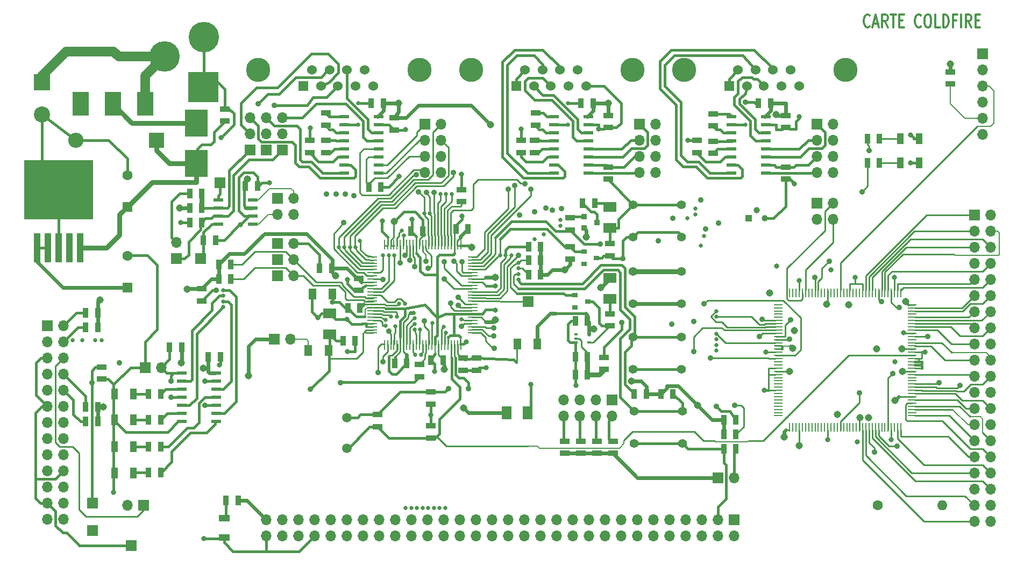
<source format=gtl>
G04 #@! TF.GenerationSoftware,KiCad,Pcbnew,5.1.10-88a1d61d58~88~ubuntu18.04.1*
G04 #@! TF.CreationDate,2021-06-12T18:10:01+08:00*
G04 #@! TF.ProjectId,kit-dev-coldfire-xilinx_5213,6b69742d-6465-4762-9d63-6f6c64666972,2*
G04 #@! TF.SameCoordinates,Original*
G04 #@! TF.FileFunction,Copper,L1,Top*
G04 #@! TF.FilePolarity,Positive*
%FSLAX46Y46*%
G04 Gerber Fmt 4.6, Leading zero omitted, Abs format (unit mm)*
G04 Created by KiCad (PCBNEW 5.1.10-88a1d61d58~88~ubuntu18.04.1) date 2021-06-12 18:10:01*
%MOMM*%
%LPD*%
G01*
G04 APERTURE LIST*
G04 #@! TA.AperFunction,NonConductor*
%ADD10C,0.304800*%
G04 #@! TD*
G04 #@! TA.AperFunction,SMDPad,CuDef*
%ADD11R,0.900000X0.800000*%
G04 #@! TD*
G04 #@! TA.AperFunction,ComponentPad*
%ADD12O,2.400000X2.400000*%
G04 #@! TD*
G04 #@! TA.AperFunction,ComponentPad*
%ADD13R,2.400000X2.400000*%
G04 #@! TD*
G04 #@! TA.AperFunction,ComponentPad*
%ADD14O,1.600000X1.600000*%
G04 #@! TD*
G04 #@! TA.AperFunction,ComponentPad*
%ADD15C,1.600000*%
G04 #@! TD*
G04 #@! TA.AperFunction,SMDPad,CuDef*
%ADD16R,1.550000X0.600000*%
G04 #@! TD*
G04 #@! TA.AperFunction,SMDPad,CuDef*
%ADD17R,1.100000X4.600000*%
G04 #@! TD*
G04 #@! TA.AperFunction,SMDPad,CuDef*
%ADD18R,10.800000X9.400000*%
G04 #@! TD*
G04 #@! TA.AperFunction,ComponentPad*
%ADD19R,1.600000X1.600000*%
G04 #@! TD*
G04 #@! TA.AperFunction,SMDPad,CuDef*
%ADD20R,1.500000X0.600000*%
G04 #@! TD*
G04 #@! TA.AperFunction,SMDPad,CuDef*
%ADD21R,1.070000X1.800000*%
G04 #@! TD*
G04 #@! TA.AperFunction,SMDPad,CuDef*
%ADD22R,1.800000X1.070000*%
G04 #@! TD*
G04 #@! TA.AperFunction,SMDPad,CuDef*
%ADD23R,2.032000X1.524000*%
G04 #@! TD*
G04 #@! TA.AperFunction,SMDPad,CuDef*
%ADD24R,1.524000X2.032000*%
G04 #@! TD*
G04 #@! TA.AperFunction,ComponentPad*
%ADD25R,1.700000X1.700000*%
G04 #@! TD*
G04 #@! TA.AperFunction,SMDPad,CuDef*
%ADD26R,1.500000X0.280000*%
G04 #@! TD*
G04 #@! TA.AperFunction,SMDPad,CuDef*
%ADD27R,0.280000X1.500000*%
G04 #@! TD*
G04 #@! TA.AperFunction,SMDPad,CuDef*
%ADD28R,1.245000X1.800000*%
G04 #@! TD*
G04 #@! TA.AperFunction,ComponentPad*
%ADD29C,1.000000*%
G04 #@! TD*
G04 #@! TA.AperFunction,ComponentPad*
%ADD30R,1.000000X1.000000*%
G04 #@! TD*
G04 #@! TA.AperFunction,SMDPad,CuDef*
%ADD31R,1.450000X0.250000*%
G04 #@! TD*
G04 #@! TA.AperFunction,SMDPad,CuDef*
%ADD32R,0.250000X1.450000*%
G04 #@! TD*
G04 #@! TA.AperFunction,ComponentPad*
%ADD33O,1.700000X1.700000*%
G04 #@! TD*
G04 #@! TA.AperFunction,SMDPad,CuDef*
%ADD34R,1.500000X0.970000*%
G04 #@! TD*
G04 #@! TA.AperFunction,SMDPad,CuDef*
%ADD35R,0.970000X1.500000*%
G04 #@! TD*
G04 #@! TA.AperFunction,ComponentPad*
%ADD36C,1.500000*%
G04 #@! TD*
G04 #@! TA.AperFunction,SMDPad,CuDef*
%ADD37R,3.556000X4.191000*%
G04 #@! TD*
G04 #@! TA.AperFunction,ComponentPad*
%ADD38C,4.800600*%
G04 #@! TD*
G04 #@! TA.AperFunction,ComponentPad*
%ADD39R,4.800600X4.800600*%
G04 #@! TD*
G04 #@! TA.AperFunction,SMDPad,CuDef*
%ADD40R,0.914400X0.914400*%
G04 #@! TD*
G04 #@! TA.AperFunction,ComponentPad*
%ADD41R,2.540000X3.810000*%
G04 #@! TD*
G04 #@! TA.AperFunction,ComponentPad*
%ADD42R,2.540000X2.540000*%
G04 #@! TD*
G04 #@! TA.AperFunction,ComponentPad*
%ADD43C,2.540000*%
G04 #@! TD*
G04 #@! TA.AperFunction,SMDPad,CuDef*
%ADD44R,0.508000X0.304800*%
G04 #@! TD*
G04 #@! TA.AperFunction,ComponentPad*
%ADD45C,3.810000*%
G04 #@! TD*
G04 #@! TA.AperFunction,ComponentPad*
%ADD46R,1.524000X1.524000*%
G04 #@! TD*
G04 #@! TA.AperFunction,ComponentPad*
%ADD47C,1.524000*%
G04 #@! TD*
G04 #@! TA.AperFunction,ComponentPad*
%ADD48C,1.397000*%
G04 #@! TD*
G04 #@! TA.AperFunction,ViaPad*
%ADD49C,0.635000*%
G04 #@! TD*
G04 #@! TA.AperFunction,ViaPad*
%ADD50C,0.889000*%
G04 #@! TD*
G04 #@! TA.AperFunction,ViaPad*
%ADD51C,0.800000*%
G04 #@! TD*
G04 #@! TA.AperFunction,ViaPad*
%ADD52C,1.143000*%
G04 #@! TD*
G04 #@! TA.AperFunction,Conductor*
%ADD53C,0.254000*%
G04 #@! TD*
G04 #@! TA.AperFunction,Conductor*
%ADD54C,0.431800*%
G04 #@! TD*
G04 #@! TA.AperFunction,Conductor*
%ADD55C,0.381000*%
G04 #@! TD*
G04 #@! TA.AperFunction,Conductor*
%ADD56C,0.400000*%
G04 #@! TD*
G04 #@! TA.AperFunction,Conductor*
%ADD57C,0.762000*%
G04 #@! TD*
G04 #@! TA.AperFunction,Conductor*
%ADD58C,0.200000*%
G04 #@! TD*
G04 #@! TA.AperFunction,Conductor*
%ADD59C,1.524000*%
G04 #@! TD*
G04 #@! TA.AperFunction,Conductor*
%ADD60C,0.558800*%
G04 #@! TD*
G04 #@! TA.AperFunction,Conductor*
%ADD61C,0.203200*%
G04 #@! TD*
G04 APERTURE END LIST*
D10*
X205794428Y-59145714D02*
X205721857Y-59242476D01*
X205504142Y-59339238D01*
X205359000Y-59339238D01*
X205141285Y-59242476D01*
X204996142Y-59048952D01*
X204923571Y-58855428D01*
X204851000Y-58468380D01*
X204851000Y-58178095D01*
X204923571Y-57791047D01*
X204996142Y-57597523D01*
X205141285Y-57404000D01*
X205359000Y-57307238D01*
X205504142Y-57307238D01*
X205721857Y-57404000D01*
X205794428Y-57500761D01*
X206375000Y-58758666D02*
X207100714Y-58758666D01*
X206229857Y-59339238D02*
X206737857Y-57307238D01*
X207245857Y-59339238D01*
X208624714Y-59339238D02*
X208116714Y-58371619D01*
X207753857Y-59339238D02*
X207753857Y-57307238D01*
X208334428Y-57307238D01*
X208479571Y-57404000D01*
X208552142Y-57500761D01*
X208624714Y-57694285D01*
X208624714Y-57984571D01*
X208552142Y-58178095D01*
X208479571Y-58274857D01*
X208334428Y-58371619D01*
X207753857Y-58371619D01*
X209060142Y-57307238D02*
X209931000Y-57307238D01*
X209495571Y-59339238D02*
X209495571Y-57307238D01*
X210439000Y-58274857D02*
X210947000Y-58274857D01*
X211164714Y-59339238D02*
X210439000Y-59339238D01*
X210439000Y-57307238D01*
X211164714Y-57307238D01*
X213849857Y-59145714D02*
X213777285Y-59242476D01*
X213559571Y-59339238D01*
X213414428Y-59339238D01*
X213196714Y-59242476D01*
X213051571Y-59048952D01*
X212979000Y-58855428D01*
X212906428Y-58468380D01*
X212906428Y-58178095D01*
X212979000Y-57791047D01*
X213051571Y-57597523D01*
X213196714Y-57404000D01*
X213414428Y-57307238D01*
X213559571Y-57307238D01*
X213777285Y-57404000D01*
X213849857Y-57500761D01*
X214793285Y-57307238D02*
X215083571Y-57307238D01*
X215228714Y-57404000D01*
X215373857Y-57597523D01*
X215446428Y-57984571D01*
X215446428Y-58661904D01*
X215373857Y-59048952D01*
X215228714Y-59242476D01*
X215083571Y-59339238D01*
X214793285Y-59339238D01*
X214648142Y-59242476D01*
X214503000Y-59048952D01*
X214430428Y-58661904D01*
X214430428Y-57984571D01*
X214503000Y-57597523D01*
X214648142Y-57404000D01*
X214793285Y-57307238D01*
X216825285Y-59339238D02*
X216099571Y-59339238D01*
X216099571Y-57307238D01*
X217333285Y-59339238D02*
X217333285Y-57307238D01*
X217696142Y-57307238D01*
X217913857Y-57404000D01*
X218059000Y-57597523D01*
X218131571Y-57791047D01*
X218204142Y-58178095D01*
X218204142Y-58468380D01*
X218131571Y-58855428D01*
X218059000Y-59048952D01*
X217913857Y-59242476D01*
X217696142Y-59339238D01*
X217333285Y-59339238D01*
X219365285Y-58274857D02*
X218857285Y-58274857D01*
X218857285Y-59339238D02*
X218857285Y-57307238D01*
X219583000Y-57307238D01*
X220163571Y-59339238D02*
X220163571Y-57307238D01*
X221760142Y-59339238D02*
X221252142Y-58371619D01*
X220889285Y-59339238D02*
X220889285Y-57307238D01*
X221469857Y-57307238D01*
X221615000Y-57404000D01*
X221687571Y-57500761D01*
X221760142Y-57694285D01*
X221760142Y-57984571D01*
X221687571Y-58178095D01*
X221615000Y-58274857D01*
X221469857Y-58371619D01*
X220889285Y-58371619D01*
X222413285Y-58274857D02*
X222921285Y-58274857D01*
X223139000Y-59339238D02*
X222413285Y-59339238D01*
X222413285Y-57307238D01*
X223139000Y-57307238D01*
D11*
X161401000Y-102489000D03*
X159401000Y-103439000D03*
X159401000Y-101539000D03*
X162798000Y-95631000D03*
X160798000Y-96581000D03*
X160798000Y-94681000D03*
D12*
X80772000Y-77089000D03*
D13*
X93472000Y-77089000D03*
D14*
X217170000Y-134620000D03*
D15*
X207010000Y-134620000D03*
D16*
X103218000Y-90297000D03*
X103218000Y-89027000D03*
X103218000Y-87757000D03*
X103218000Y-86487000D03*
X108618000Y-86487000D03*
X108618000Y-87757000D03*
X108618000Y-89027000D03*
X108618000Y-90297000D03*
D17*
X74705000Y-94040000D03*
X76405000Y-94040000D03*
X78105000Y-94040000D03*
X79805000Y-94040000D03*
X81505000Y-94040000D03*
D18*
X78105000Y-84890000D03*
D15*
X88900000Y-95330000D03*
D19*
X88900000Y-100330000D03*
D15*
X88900000Y-82630000D03*
D19*
X88900000Y-87630000D03*
D20*
X102903000Y-113792000D03*
X102903000Y-115062000D03*
X102903000Y-116332000D03*
X102903000Y-117602000D03*
X102903000Y-118872000D03*
X102903000Y-120142000D03*
X102903000Y-121412000D03*
X97503000Y-121412000D03*
X97503000Y-120142000D03*
X97503000Y-118872000D03*
X97503000Y-117602000D03*
X97503000Y-116332000D03*
X97503000Y-115062000D03*
X97503000Y-113792000D03*
D21*
X86887000Y-121158000D03*
X89897000Y-121158000D03*
X86887000Y-117094000D03*
X89897000Y-117094000D03*
X213595000Y-80645000D03*
X210585000Y-80645000D03*
X213595000Y-76835000D03*
X210585000Y-76835000D03*
D22*
X104140000Y-139681000D03*
X104140000Y-136671000D03*
D21*
X86887000Y-125349000D03*
X89897000Y-125349000D03*
X86887000Y-129540000D03*
X89897000Y-129540000D03*
D23*
X164846000Y-87630000D03*
X164846000Y-90932000D03*
X164846000Y-98806000D03*
X164846000Y-102108000D03*
D24*
X148590000Y-120015000D03*
X151892000Y-120015000D03*
D23*
X120777000Y-107696000D03*
X120777000Y-104394000D03*
D25*
X152019000Y-102489000D03*
X83439000Y-134239000D03*
X89535000Y-140970000D03*
X100457000Y-95758000D03*
X83439000Y-138557000D03*
X103505000Y-83820000D03*
D26*
X143282000Y-95473000D03*
X143282000Y-95973000D03*
X143282000Y-96473000D03*
X143282000Y-96973000D03*
X143282000Y-97473000D03*
X143282000Y-97973000D03*
X143282000Y-98473000D03*
X143282000Y-98973000D03*
X143282000Y-99473000D03*
X143282000Y-99973000D03*
X143282000Y-100473000D03*
X143282000Y-100973000D03*
X143282000Y-101473000D03*
X143282000Y-101973000D03*
X143282000Y-102473000D03*
X143282000Y-102973000D03*
X143282000Y-103473000D03*
X143282000Y-103973000D03*
X143282000Y-104473000D03*
X143282000Y-104973000D03*
X143282000Y-105473000D03*
X143282000Y-105973000D03*
X143282000Y-106473000D03*
X143282000Y-106973000D03*
X143282000Y-107473000D03*
D27*
X141382000Y-109373000D03*
X140882000Y-109373000D03*
X140382000Y-109373000D03*
X139882000Y-109373000D03*
X139382000Y-109373000D03*
X138882000Y-109373000D03*
X138382000Y-109373000D03*
X137882000Y-109373000D03*
X137382000Y-109373000D03*
X136882000Y-109373000D03*
X136382000Y-109373000D03*
X135882000Y-109373000D03*
X135382000Y-109373000D03*
X134882000Y-109373000D03*
X134382000Y-109373000D03*
X133882000Y-109373000D03*
X133382000Y-109373000D03*
X132882000Y-109373000D03*
X132382000Y-109373000D03*
X131882000Y-109373000D03*
X131382000Y-109373000D03*
X130882000Y-109373000D03*
X130382000Y-109373000D03*
X129882000Y-109373000D03*
X129382000Y-109373000D03*
D26*
X127482000Y-107473000D03*
X127482000Y-106973000D03*
X127482000Y-106473000D03*
X127482000Y-105973000D03*
X127482000Y-105473000D03*
X127482000Y-104973000D03*
X127482000Y-104473000D03*
X127482000Y-103973000D03*
X127482000Y-103473000D03*
X127482000Y-102973000D03*
X127482000Y-102473000D03*
X127482000Y-101973000D03*
X127482000Y-101473000D03*
X127482000Y-100973000D03*
X127482000Y-100473000D03*
X127482000Y-99973000D03*
X127482000Y-99473000D03*
X127482000Y-98973000D03*
X127482000Y-98473000D03*
X127482000Y-97973000D03*
X127482000Y-97473000D03*
X127482000Y-96973000D03*
X127482000Y-96473000D03*
X127482000Y-95973000D03*
X127482000Y-95473000D03*
D27*
X129382000Y-93573000D03*
X129882000Y-93573000D03*
X130382000Y-93573000D03*
X130882000Y-93573000D03*
X131382000Y-93573000D03*
X131882000Y-93573000D03*
X132382000Y-93573000D03*
X132882000Y-93573000D03*
X133382000Y-93573000D03*
X133882000Y-93573000D03*
X134382000Y-93573000D03*
X134882000Y-93573000D03*
X135382000Y-93573000D03*
X135882000Y-93573000D03*
X136382000Y-93573000D03*
X136882000Y-93573000D03*
X137382000Y-93573000D03*
X137882000Y-93573000D03*
X138382000Y-93573000D03*
X138882000Y-93573000D03*
X139382000Y-93573000D03*
X139882000Y-93573000D03*
X140382000Y-93573000D03*
X140882000Y-93573000D03*
X141382000Y-93573000D03*
D28*
X118041500Y-101346000D03*
X121226500Y-101346000D03*
X120591500Y-110236000D03*
X117406500Y-110236000D03*
X150299500Y-109220000D03*
X153484500Y-109220000D03*
D29*
X187960000Y-88138000D03*
X189230000Y-89408000D03*
D30*
X186690000Y-89408000D03*
D31*
X212480000Y-103010000D03*
X212480000Y-103510000D03*
X212480000Y-104010000D03*
X212480000Y-104510000D03*
X212480000Y-105010000D03*
X212480000Y-105510000D03*
X212480000Y-106010000D03*
X212480000Y-106510000D03*
X212480000Y-107010000D03*
X212480000Y-107510000D03*
X212480000Y-108010000D03*
X212480000Y-108510000D03*
X212480000Y-109010000D03*
X212480000Y-109510000D03*
X212480000Y-110010000D03*
X212480000Y-110510000D03*
X212480000Y-111010000D03*
X212480000Y-111510000D03*
X212480000Y-112010000D03*
X212480000Y-112510000D03*
X212480000Y-113010000D03*
X212480000Y-113510000D03*
X212480000Y-114010000D03*
X212480000Y-114510000D03*
X212480000Y-115010000D03*
X212480000Y-115510000D03*
X212480000Y-116010000D03*
X212480000Y-116510000D03*
X212480000Y-117010000D03*
X212480000Y-117510000D03*
X212480000Y-118010000D03*
X212480000Y-118510000D03*
X212480000Y-119010000D03*
X212480000Y-119510000D03*
X212480000Y-120010000D03*
X212480000Y-120510000D03*
D32*
X210680000Y-122310000D03*
X210180000Y-122310000D03*
X209680000Y-122310000D03*
X209180000Y-122310000D03*
X208680000Y-122310000D03*
X208180000Y-122310000D03*
X207680000Y-122310000D03*
X207180000Y-122310000D03*
X206680000Y-122310000D03*
X206180000Y-122310000D03*
X205680000Y-122310000D03*
X205180000Y-122310000D03*
X204680000Y-122310000D03*
X204180000Y-122310000D03*
X203680000Y-122310000D03*
X203180000Y-122310000D03*
X202680000Y-122310000D03*
X202180000Y-122310000D03*
X201680000Y-122310000D03*
X201180000Y-122310000D03*
X200680000Y-122310000D03*
X200180000Y-122310000D03*
X199680000Y-122310000D03*
X199180000Y-122310000D03*
X198680000Y-122310000D03*
X198180000Y-122310000D03*
X197680000Y-122310000D03*
X197180000Y-122310000D03*
X196680000Y-122310000D03*
X196180000Y-122310000D03*
X195680000Y-122310000D03*
X195180000Y-122310000D03*
X194680000Y-122310000D03*
X194180000Y-122310000D03*
X193680000Y-122310000D03*
X193180000Y-122310000D03*
D31*
X191380000Y-120510000D03*
X191380000Y-120010000D03*
X191380000Y-119510000D03*
X191380000Y-119010000D03*
X191380000Y-118510000D03*
X191380000Y-118010000D03*
X191380000Y-117510000D03*
X191380000Y-117010000D03*
X191380000Y-116510000D03*
X191380000Y-116010000D03*
X191380000Y-115510000D03*
X191380000Y-115010000D03*
X191380000Y-114510000D03*
X191380000Y-114010000D03*
X191380000Y-113510000D03*
X191380000Y-113010000D03*
X191380000Y-112510000D03*
X191380000Y-112010000D03*
X191380000Y-111510000D03*
X191380000Y-111010000D03*
X191380000Y-110510000D03*
X191380000Y-110010000D03*
X191380000Y-109510000D03*
X191380000Y-109010000D03*
X191380000Y-108510000D03*
X191380000Y-108010000D03*
X191380000Y-107510000D03*
X191380000Y-107010000D03*
X191380000Y-106510000D03*
X191380000Y-106010000D03*
X191380000Y-105510000D03*
X191380000Y-105010000D03*
X191380000Y-104510000D03*
X191380000Y-104010000D03*
X191380000Y-103510000D03*
X191380000Y-103010000D03*
D32*
X193180000Y-101210000D03*
X193680000Y-101210000D03*
X194180000Y-101210000D03*
X194680000Y-101210000D03*
X195180000Y-101210000D03*
X195680000Y-101210000D03*
X196180000Y-101210000D03*
X196680000Y-101210000D03*
X197180000Y-101210000D03*
X197680000Y-101210000D03*
X198180000Y-101210000D03*
X198680000Y-101210000D03*
X199180000Y-101210000D03*
X199680000Y-101210000D03*
X200180000Y-101210000D03*
X200680000Y-101210000D03*
X201180000Y-101210000D03*
X201680000Y-101210000D03*
X202180000Y-101210000D03*
X202680000Y-101210000D03*
X203180000Y-101210000D03*
X203680000Y-101210000D03*
X204180000Y-101210000D03*
X204680000Y-101210000D03*
X205180000Y-101210000D03*
X205680000Y-101210000D03*
X206180000Y-101210000D03*
X206680000Y-101210000D03*
X207180000Y-101210000D03*
X207680000Y-101210000D03*
X208180000Y-101210000D03*
X208680000Y-101210000D03*
X209180000Y-101210000D03*
X209680000Y-101210000D03*
X210180000Y-101210000D03*
X210680000Y-101210000D03*
D20*
X189390000Y-73406000D03*
X189390000Y-74676000D03*
X189390000Y-75946000D03*
X189390000Y-77216000D03*
X189390000Y-78486000D03*
X189390000Y-79756000D03*
X189390000Y-81026000D03*
X189390000Y-82296000D03*
X183990000Y-82296000D03*
X183990000Y-81026000D03*
X183990000Y-79756000D03*
X183990000Y-78486000D03*
X183990000Y-77216000D03*
X183990000Y-75946000D03*
X183990000Y-74676000D03*
X183990000Y-73406000D03*
X161450000Y-73406000D03*
X161450000Y-74676000D03*
X161450000Y-75946000D03*
X161450000Y-77216000D03*
X161450000Y-78486000D03*
X161450000Y-79756000D03*
X161450000Y-81026000D03*
X161450000Y-82296000D03*
X156050000Y-82296000D03*
X156050000Y-81026000D03*
X156050000Y-79756000D03*
X156050000Y-78486000D03*
X156050000Y-77216000D03*
X156050000Y-75946000D03*
X156050000Y-74676000D03*
X156050000Y-73406000D03*
X128430000Y-73406000D03*
X128430000Y-74676000D03*
X128430000Y-75946000D03*
X128430000Y-77216000D03*
X128430000Y-78486000D03*
X128430000Y-79756000D03*
X128430000Y-81026000D03*
X128430000Y-82296000D03*
X123030000Y-82296000D03*
X123030000Y-81026000D03*
X123030000Y-79756000D03*
X123030000Y-78486000D03*
X123030000Y-77216000D03*
X123030000Y-75946000D03*
X123030000Y-74676000D03*
X123030000Y-73406000D03*
D33*
X113284000Y-73533000D03*
X113284000Y-76073000D03*
D25*
X113284000Y-78613000D03*
D33*
X110744000Y-73533000D03*
X110744000Y-76073000D03*
D25*
X110744000Y-78613000D03*
D33*
X108204000Y-73533000D03*
X108204000Y-76073000D03*
D25*
X108204000Y-78613000D03*
D34*
X136652000Y-118684000D03*
X136652000Y-116774000D03*
X136652000Y-122108000D03*
X136652000Y-124018000D03*
X164846000Y-93406000D03*
X164846000Y-95316000D03*
D35*
X140650000Y-91059000D03*
X142560000Y-91059000D03*
X133538000Y-91440000D03*
X135448000Y-91440000D03*
D34*
X125349000Y-100777000D03*
X125349000Y-98867000D03*
D35*
X123632000Y-103505000D03*
X125542000Y-103505000D03*
X130998000Y-112268000D03*
X132908000Y-112268000D03*
X136713000Y-111760000D03*
X138623000Y-111760000D03*
X161356000Y-105537000D03*
X159446000Y-105537000D03*
X159446000Y-111252000D03*
X161356000Y-111252000D03*
X124780000Y-108712000D03*
X122870000Y-108712000D03*
D34*
X141732000Y-113350000D03*
X141732000Y-111440000D03*
X143891000Y-113350000D03*
X143891000Y-111440000D03*
X192532000Y-75123000D03*
X192532000Y-73213000D03*
D35*
X188275000Y-71247000D03*
X190185000Y-71247000D03*
D34*
X181102000Y-74869000D03*
X181102000Y-72959000D03*
X181102000Y-79187000D03*
X181102000Y-77277000D03*
D35*
X103571000Y-111252000D03*
X101661000Y-111252000D03*
D34*
X178562000Y-77150000D03*
X178562000Y-79060000D03*
X164592000Y-75123000D03*
X164592000Y-73213000D03*
D35*
X160335000Y-71247000D03*
X162245000Y-71247000D03*
D34*
X153162000Y-74742000D03*
X153162000Y-72832000D03*
X153035000Y-79060000D03*
X153035000Y-77150000D03*
X150876000Y-77150000D03*
X150876000Y-79060000D03*
D35*
X109413000Y-84328000D03*
X107503000Y-84328000D03*
X127315000Y-71247000D03*
X129225000Y-71247000D03*
D34*
X120142000Y-79060000D03*
X120142000Y-77150000D03*
X104267000Y-72197000D03*
X104267000Y-74107000D03*
D35*
X184724000Y-125730000D03*
X182814000Y-125730000D03*
D34*
X120142000Y-74742000D03*
X120142000Y-72832000D03*
X117602000Y-77150000D03*
X117602000Y-79060000D03*
X130937000Y-75504000D03*
X130937000Y-73594000D03*
X128270000Y-120330000D03*
X128270000Y-122240000D03*
D35*
X105222000Y-96647000D03*
X103312000Y-96647000D03*
X182814000Y-121158000D03*
X184724000Y-121158000D03*
X182814000Y-123444000D03*
X184724000Y-123444000D03*
X153990000Y-93853000D03*
X152080000Y-93853000D03*
D34*
X163957000Y-113223000D03*
X163957000Y-111313000D03*
D35*
X170627000Y-117094000D03*
X168717000Y-117094000D03*
D34*
X141478000Y-84897000D03*
X141478000Y-86807000D03*
D35*
X172908000Y-117094000D03*
X174818000Y-117094000D03*
X153990000Y-98298000D03*
X152080000Y-98298000D03*
X159446000Y-114046000D03*
X161356000Y-114046000D03*
X153990000Y-96012000D03*
X152080000Y-96012000D03*
D34*
X164846000Y-106365000D03*
X164846000Y-104455000D03*
X158623000Y-93914000D03*
X158623000Y-95824000D03*
D35*
X119187000Y-97282000D03*
X121097000Y-97282000D03*
X82357000Y-104267000D03*
X84267000Y-104267000D03*
X82357000Y-106553000D03*
X84267000Y-106553000D03*
X82357000Y-119126000D03*
X84267000Y-119126000D03*
X82357000Y-121412000D03*
X84267000Y-121412000D03*
D34*
X158623000Y-89342000D03*
X158623000Y-91252000D03*
D35*
X162499000Y-86995000D03*
X160589000Y-86995000D03*
X126934000Y-84455000D03*
X128844000Y-84455000D03*
X105222000Y-98933000D03*
X103312000Y-98933000D03*
D34*
X84836000Y-114747000D03*
X84836000Y-112837000D03*
D35*
X94173000Y-117094000D03*
X92263000Y-117094000D03*
D34*
X192532000Y-81341000D03*
X192532000Y-83251000D03*
D35*
X94173000Y-121158000D03*
X92263000Y-121158000D03*
X94173000Y-125349000D03*
X92263000Y-125349000D03*
X94173000Y-129413000D03*
X92263000Y-129413000D03*
X95565000Y-109728000D03*
X97475000Y-109728000D03*
D34*
X164592000Y-81341000D03*
X164592000Y-83251000D03*
D35*
X102809000Y-92837000D03*
X100899000Y-92837000D03*
X98740000Y-85471000D03*
X100650000Y-85471000D03*
D34*
X100584000Y-100518000D03*
X100584000Y-102428000D03*
X134874000Y-114366000D03*
X134874000Y-112456000D03*
X157734000Y-124521000D03*
X157734000Y-126431000D03*
X160274000Y-124521000D03*
X160274000Y-126431000D03*
X162814000Y-124521000D03*
X162814000Y-126431000D03*
X165354000Y-124521000D03*
X165354000Y-126431000D03*
D35*
X106365000Y-133858000D03*
X104455000Y-133858000D03*
D34*
X218440000Y-68265000D03*
X218440000Y-66355000D03*
D35*
X207330000Y-76835000D03*
X205420000Y-76835000D03*
X207330000Y-80645000D03*
X205420000Y-80645000D03*
X100650000Y-87757000D03*
X98740000Y-87757000D03*
X100650000Y-90043000D03*
X98740000Y-90043000D03*
D36*
X123444000Y-125677000D03*
X123444000Y-120777000D03*
D33*
X115062000Y-93345000D03*
D25*
X112522000Y-93345000D03*
D33*
X96647000Y-93218000D03*
D25*
X96647000Y-95758000D03*
D33*
X115062000Y-98425000D03*
D25*
X112522000Y-98425000D03*
D33*
X115062000Y-95885000D03*
D25*
X112522000Y-95885000D03*
D33*
X88900000Y-134620000D03*
D25*
X91440000Y-134620000D03*
D33*
X94234000Y-112903000D03*
D25*
X91694000Y-112903000D03*
D33*
X114554000Y-108458000D03*
D25*
X112014000Y-108458000D03*
D33*
X184404000Y-130302000D03*
D25*
X181864000Y-130302000D03*
D33*
X223520000Y-76200000D03*
X223520000Y-73660000D03*
X223520000Y-71120000D03*
X223520000Y-68580000D03*
X223520000Y-66040000D03*
D25*
X223520000Y-63500000D03*
D33*
X115062000Y-88773000D03*
X112522000Y-88773000D03*
X115062000Y-86233000D03*
D25*
X112522000Y-86233000D03*
D33*
X200025000Y-89535000D03*
X197485000Y-89535000D03*
X200025000Y-86995000D03*
D25*
X197485000Y-86995000D03*
D33*
X157607000Y-120523000D03*
X157607000Y-117983000D03*
X160147000Y-120523000D03*
X160147000Y-117983000D03*
X162687000Y-120523000D03*
X162687000Y-117983000D03*
X165227000Y-120523000D03*
D25*
X165227000Y-117983000D03*
D33*
X200025000Y-82169000D03*
X197485000Y-82169000D03*
X200025000Y-79629000D03*
X197485000Y-79629000D03*
X200025000Y-77089000D03*
X197485000Y-77089000D03*
X200025000Y-74549000D03*
D25*
X197485000Y-74549000D03*
D33*
X172085000Y-82169000D03*
X169545000Y-82169000D03*
X172085000Y-79629000D03*
X169545000Y-79629000D03*
X172085000Y-77089000D03*
X169545000Y-77089000D03*
X172085000Y-74549000D03*
D25*
X169545000Y-74549000D03*
D33*
X138303000Y-82169000D03*
X135763000Y-82169000D03*
X138303000Y-79629000D03*
X135763000Y-79629000D03*
X138303000Y-77089000D03*
X135763000Y-77089000D03*
X138303000Y-74549000D03*
D25*
X135763000Y-74549000D03*
D33*
X78867000Y-136779000D03*
X76327000Y-136779000D03*
X78867000Y-134239000D03*
X76327000Y-134239000D03*
X78867000Y-131699000D03*
X76327000Y-131699000D03*
X78867000Y-129159000D03*
X76327000Y-129159000D03*
X78867000Y-126619000D03*
X76327000Y-126619000D03*
X78867000Y-124079000D03*
X76327000Y-124079000D03*
X78867000Y-121539000D03*
X76327000Y-121539000D03*
X78867000Y-118999000D03*
X76327000Y-118999000D03*
X78867000Y-116459000D03*
X76327000Y-116459000D03*
X78867000Y-113919000D03*
X76327000Y-113919000D03*
X78867000Y-111379000D03*
X76327000Y-111379000D03*
X78867000Y-108839000D03*
X76327000Y-108839000D03*
X78867000Y-106299000D03*
D25*
X76327000Y-106299000D03*
D33*
X110744000Y-139446000D03*
X110744000Y-136906000D03*
X113284000Y-139446000D03*
X113284000Y-136906000D03*
X115824000Y-139446000D03*
X115824000Y-136906000D03*
X118364000Y-139446000D03*
X118364000Y-136906000D03*
X120904000Y-139446000D03*
X120904000Y-136906000D03*
X123444000Y-139446000D03*
X123444000Y-136906000D03*
X125984000Y-139446000D03*
X125984000Y-136906000D03*
X128524000Y-139446000D03*
X128524000Y-136906000D03*
X131064000Y-139446000D03*
X131064000Y-136906000D03*
X133604000Y-139446000D03*
X133604000Y-136906000D03*
X136144000Y-139446000D03*
X136144000Y-136906000D03*
X138684000Y-139446000D03*
X138684000Y-136906000D03*
X141224000Y-139446000D03*
X141224000Y-136906000D03*
X143764000Y-139446000D03*
X143764000Y-136906000D03*
X146304000Y-139446000D03*
X146304000Y-136906000D03*
X148844000Y-139446000D03*
X148844000Y-136906000D03*
X151384000Y-139446000D03*
X151384000Y-136906000D03*
X153924000Y-139446000D03*
X153924000Y-136906000D03*
X156464000Y-139446000D03*
X156464000Y-136906000D03*
X159004000Y-139446000D03*
X159004000Y-136906000D03*
X161544000Y-139446000D03*
X161544000Y-136906000D03*
X164084000Y-139446000D03*
X164084000Y-136906000D03*
X166624000Y-139446000D03*
X166624000Y-136906000D03*
X169164000Y-139446000D03*
X169164000Y-136906000D03*
X171704000Y-139446000D03*
X171704000Y-136906000D03*
X174244000Y-139446000D03*
X174244000Y-136906000D03*
X176784000Y-139446000D03*
X176784000Y-136906000D03*
X179324000Y-139446000D03*
X179324000Y-136906000D03*
X181864000Y-139446000D03*
X181864000Y-136906000D03*
X184404000Y-139446000D03*
D25*
X184404000Y-136906000D03*
D33*
X224790000Y-137160000D03*
X222250000Y-137160000D03*
X224790000Y-134620000D03*
X222250000Y-134620000D03*
X224790000Y-132080000D03*
X222250000Y-132080000D03*
X224790000Y-129540000D03*
X222250000Y-129540000D03*
X224790000Y-127000000D03*
X222250000Y-127000000D03*
X224790000Y-124460000D03*
X222250000Y-124460000D03*
X224790000Y-121920000D03*
X222250000Y-121920000D03*
X224790000Y-119380000D03*
X222250000Y-119380000D03*
X224790000Y-116840000D03*
X222250000Y-116840000D03*
X224790000Y-114300000D03*
X222250000Y-114300000D03*
X224790000Y-111760000D03*
X222250000Y-111760000D03*
X224790000Y-109220000D03*
X222250000Y-109220000D03*
X224790000Y-106680000D03*
X222250000Y-106680000D03*
X224790000Y-104140000D03*
X222250000Y-104140000D03*
X224790000Y-101600000D03*
X222250000Y-101600000D03*
X224790000Y-99060000D03*
X222250000Y-99060000D03*
X224790000Y-96520000D03*
X222250000Y-96520000D03*
X224790000Y-93980000D03*
X222250000Y-93980000D03*
X224790000Y-91440000D03*
X222250000Y-91440000D03*
X224790000Y-88900000D03*
D25*
X222250000Y-88900000D03*
D37*
X99800000Y-74425000D03*
X99800000Y-80775000D03*
D38*
X100965000Y-60833000D03*
D39*
X100865000Y-68733000D03*
D38*
X94765000Y-63933000D03*
D40*
X160782000Y-90932000D03*
X160782000Y-89154000D03*
X162814000Y-90043000D03*
D41*
X86614000Y-71374000D03*
X81534000Y-71374000D03*
X91694000Y-71374000D03*
D42*
X75438000Y-67945000D03*
D43*
X75438000Y-73025000D03*
D44*
X159512000Y-107696000D03*
X159512000Y-108966000D03*
X161544000Y-107696000D03*
X159512000Y-108331000D03*
X161544000Y-108966000D03*
D45*
X201930000Y-66040000D03*
X176530000Y-66040000D03*
D46*
X183642000Y-68580000D03*
D47*
X186436000Y-68580000D03*
X189103000Y-68580000D03*
X191897000Y-68580000D03*
X194691000Y-68580000D03*
X185039000Y-66040000D03*
X187833000Y-66040000D03*
X190500000Y-66040000D03*
X193294000Y-66040000D03*
D45*
X168402000Y-66040000D03*
X143002000Y-66040000D03*
D46*
X150114000Y-68580000D03*
D47*
X152908000Y-68580000D03*
X155575000Y-68580000D03*
X158369000Y-68580000D03*
X161163000Y-68580000D03*
X151511000Y-66040000D03*
X154305000Y-66040000D03*
X156972000Y-66040000D03*
X159766000Y-66040000D03*
D45*
X134874000Y-66040000D03*
X109474000Y-66040000D03*
D46*
X116586000Y-68580000D03*
D47*
X119380000Y-68580000D03*
X122047000Y-68580000D03*
X124841000Y-68580000D03*
X127635000Y-68580000D03*
X117983000Y-66040000D03*
X120777000Y-66040000D03*
X123444000Y-66040000D03*
X126238000Y-66040000D03*
D48*
X176149000Y-97790000D03*
X176149000Y-102870000D03*
X168529000Y-97790000D03*
X168529000Y-102870000D03*
X168529000Y-92329000D03*
X168529000Y-87249000D03*
X176149000Y-92329000D03*
X176149000Y-87249000D03*
X176149000Y-108077000D03*
X176149000Y-113157000D03*
X168529000Y-108077000D03*
X168529000Y-113157000D03*
X176276000Y-119761000D03*
X176276000Y-124841000D03*
X168656000Y-119761000D03*
X168656000Y-124841000D03*
D49*
X129540000Y-105410000D03*
X129540000Y-106299000D03*
X131064000Y-106426000D03*
D50*
X129159000Y-112014000D03*
X146685000Y-109855000D03*
X87630000Y-112141000D03*
X142621000Y-116205000D03*
X139446000Y-116205000D03*
D49*
X84836000Y-108585000D03*
D50*
X146558000Y-107950000D03*
D49*
X83820000Y-108585000D03*
D50*
X146558000Y-106680000D03*
X139827000Y-102743000D03*
D49*
X81788000Y-108585000D03*
D50*
X140970000Y-103124000D03*
D49*
X80264000Y-108585000D03*
D50*
X140970000Y-101854000D03*
X141478000Y-106426000D03*
D49*
X141478000Y-105283000D03*
X104013000Y-103378000D03*
X130937000Y-95250000D03*
X134112000Y-106045000D03*
X135382000Y-135001000D03*
X137160000Y-135001000D03*
X135001000Y-106934000D03*
X150495000Y-98171000D03*
D50*
X138811000Y-96266000D03*
X140335000Y-96139000D03*
D49*
X150495000Y-97282000D03*
D50*
X141605000Y-96266000D03*
D49*
X150495000Y-96393000D03*
X125476000Y-92964000D03*
D50*
X135700000Y-105600000D03*
D49*
X136906000Y-105918000D03*
X138700000Y-106500000D03*
X139065000Y-107442000D03*
X153035000Y-92710000D03*
D50*
X136271000Y-97282000D03*
X122428000Y-115316000D03*
X83312000Y-115316000D03*
X109474000Y-71374000D03*
X112014000Y-71628000D03*
X205661260Y-78740000D03*
X197104000Y-98679000D03*
X204566520Y-85211920D03*
X199390000Y-96139000D03*
X204144880Y-116954300D03*
X210431380Y-103477060D03*
X209379820Y-113860580D03*
X216689940Y-115280440D03*
X210073240Y-125275340D03*
X214914480Y-108005880D03*
X207619600Y-102565200D03*
X220002100Y-115755420D03*
X206502000Y-126238000D03*
D51*
X141478000Y-82423000D03*
X214454740Y-110502700D03*
X199644000Y-97536000D03*
X111252000Y-83820000D03*
X131699000Y-82804000D03*
X209677000Y-98694240D03*
X189156340Y-116509800D03*
X146812000Y-103886000D03*
X146812000Y-100076000D03*
X150876000Y-75311000D03*
X163068000Y-75311000D03*
X106680000Y-90424000D03*
X132715000Y-75438000D03*
X86741000Y-132588000D03*
X100965000Y-139827000D03*
X117729000Y-75184000D03*
X103632000Y-76708000D03*
X97282000Y-90043000D03*
X152400000Y-115570000D03*
X159512000Y-115697000D03*
X103378000Y-112522000D03*
X193929000Y-83947000D03*
X194691000Y-73406000D03*
X123571000Y-99060000D03*
X121158000Y-102616000D03*
X129032000Y-89789000D03*
X191152780Y-96906080D03*
X133731000Y-89535000D03*
X141605000Y-89027000D03*
X136652000Y-120396000D03*
X137287000Y-113538000D03*
X142240000Y-108839000D03*
X194678300Y-99253040D03*
X212237320Y-76248260D03*
X212194140Y-80645000D03*
X145415000Y-112903000D03*
X177165000Y-77089000D03*
X209166460Y-124264420D03*
X199174100Y-124272040D03*
X203454000Y-98673920D03*
X189438280Y-110502700D03*
X203794360Y-124617480D03*
X209748120Y-112008920D03*
X211074000Y-107442000D03*
D50*
X166751000Y-105791000D03*
X166878000Y-95758000D03*
D51*
X118872000Y-105029000D03*
X123444000Y-105283000D03*
X123571000Y-110363000D03*
D50*
X186182000Y-71120000D03*
D49*
X186182000Y-74676000D03*
X158242000Y-71247000D03*
X158242000Y-74676000D03*
X125222000Y-74676000D03*
X125222000Y-71247000D03*
D50*
X95758000Y-115062000D03*
X101092000Y-115062000D03*
X101092000Y-118872000D03*
X95758000Y-117602000D03*
D49*
X131318000Y-104902000D03*
X130429000Y-104902000D03*
D50*
X131826000Y-96393000D03*
X155829000Y-88138000D03*
X130048000Y-107188000D03*
X128397000Y-113665000D03*
X138811000Y-98933000D03*
D49*
X150495000Y-99060000D03*
X104013000Y-101600000D03*
X130048000Y-95250000D03*
X129159000Y-95250000D03*
X104013000Y-102489000D03*
D50*
X122936000Y-90043000D03*
D49*
X104013000Y-100711000D03*
X134493000Y-135001000D03*
X134112000Y-105156000D03*
X134112000Y-106934000D03*
X136271000Y-135001000D03*
D52*
X178689000Y-118872000D03*
X191008000Y-73025000D03*
X97155000Y-87757000D03*
X107950000Y-114173000D03*
X146050000Y-74676000D03*
X164592000Y-71247000D03*
X162306000Y-106807000D03*
X163449000Y-100330000D03*
X107823000Y-83185000D03*
X100838000Y-113030000D03*
X97409000Y-112141000D03*
X131572000Y-71247000D03*
X193675000Y-109855000D03*
X130937000Y-89916000D03*
X157734000Y-97536000D03*
X121666000Y-98425000D03*
D49*
X133985000Y-104267000D03*
D52*
X168275000Y-115062000D03*
X85090000Y-119126000D03*
X138800000Y-113200000D03*
X146812000Y-105410000D03*
X161163000Y-92329000D03*
D49*
X131699000Y-102870000D03*
D52*
X146812000Y-98679000D03*
X194691000Y-125222000D03*
X211414360Y-102567740D03*
X199009000Y-102976680D03*
X209732880Y-118094760D03*
X98298000Y-100584000D03*
X141859000Y-119253000D03*
X192333880Y-123845320D03*
X218440000Y-65102740D03*
X190047880Y-101206300D03*
X202481180Y-102997000D03*
X206834740Y-109987080D03*
X84582000Y-102235000D03*
X143100000Y-94000000D03*
X193903600Y-107111800D03*
X210820000Y-109982000D03*
X200660000Y-120269000D03*
X204216000Y-120777000D03*
X205613000Y-120777000D03*
X210947000Y-113538000D03*
X193167000Y-113538000D03*
D50*
X117729000Y-116332000D03*
X181610000Y-118999000D03*
X172466000Y-92964000D03*
X150495000Y-95250000D03*
D49*
X181610000Y-110236000D03*
D50*
X188798200Y-105321100D03*
D49*
X179705000Y-92202000D03*
X181610000Y-104902000D03*
X149352000Y-95250000D03*
D50*
X184531000Y-118872000D03*
D49*
X148463000Y-95250000D03*
D50*
X179959000Y-91059000D03*
D49*
X181610000Y-104013000D03*
D50*
X102870000Y-100711000D03*
D49*
X132080000Y-91313000D03*
D50*
X163322000Y-93472000D03*
D49*
X179197000Y-93726000D03*
D50*
X181991000Y-90170000D03*
D49*
X147574000Y-95250000D03*
D50*
X180721000Y-111457740D03*
X154813000Y-87757000D03*
X179197000Y-86487000D03*
X178054000Y-105664000D03*
D49*
X132461000Y-92075000D03*
D50*
X151511000Y-83947000D03*
X179705000Y-102870000D03*
D49*
X181610000Y-107569000D03*
D50*
X152400000Y-84836000D03*
X193126360Y-108455460D03*
D49*
X178308000Y-87884000D03*
D50*
X157226000Y-87884000D03*
X132588000Y-95250000D03*
X174625000Y-106045000D03*
X193294000Y-105410000D03*
D49*
X157099000Y-89662000D03*
D50*
X133350000Y-96012000D03*
D49*
X181610000Y-108458000D03*
X178308000Y-88773000D03*
D50*
X188374020Y-108021120D03*
D49*
X181610000Y-109347000D03*
X157099000Y-90551000D03*
X177038000Y-89408000D03*
D50*
X134112000Y-97028000D03*
D49*
X154432000Y-91948000D03*
D50*
X178054000Y-110363000D03*
X135890000Y-96139000D03*
X174752000Y-89408000D03*
X148844000Y-84836000D03*
X149860000Y-84201000D03*
D49*
X138938000Y-135001000D03*
X135128000Y-110871000D03*
X134239000Y-110871000D03*
X138049000Y-135001000D03*
X132588000Y-102870000D03*
X133604000Y-135001000D03*
X132715000Y-135001000D03*
D50*
X129159000Y-99060000D03*
X134366000Y-82550000D03*
D49*
X122174000Y-93980000D03*
X123063000Y-93980000D03*
X123952000Y-93980000D03*
D50*
X140208000Y-82169000D03*
D49*
X124841000Y-93980000D03*
D50*
X134747000Y-85217000D03*
X150622000Y-88900000D03*
D49*
X135636000Y-88646000D03*
D50*
X153035000Y-88392000D03*
X136017000Y-85344000D03*
D49*
X136525000Y-88646000D03*
D50*
X123190000Y-85598000D03*
X137160000Y-85344000D03*
D49*
X138176000Y-85598000D03*
D50*
X124587000Y-85852000D03*
X121793000Y-85598000D03*
D49*
X139065000Y-85598000D03*
D50*
X120269000Y-85598000D03*
D49*
X139954000Y-85598000D03*
D53*
X152019000Y-102489000D02*
X143129000Y-102463600D01*
X128803400Y-104978200D02*
X127635000Y-104978200D01*
X129540000Y-105410000D02*
X129032000Y-105156000D01*
X129032000Y-105156000D02*
X128803400Y-104978200D01*
X128727200Y-105486200D02*
X127635000Y-105486200D01*
X129032000Y-105791000D02*
X128727200Y-105486200D01*
X129032000Y-106299000D02*
X129032000Y-105791000D01*
X129540000Y-106299000D02*
X129032000Y-106299000D01*
X130886200Y-107619800D02*
X131064000Y-107442000D01*
X131064000Y-107442000D02*
X131064000Y-106426000D01*
X130886200Y-107619800D02*
X130886200Y-109220000D01*
X129895600Y-110388400D02*
X129895600Y-109220000D01*
X129159000Y-111125000D02*
X129895600Y-110388400D01*
X129159000Y-112014000D02*
X129159000Y-111125000D01*
D54*
X82359500Y-104267000D02*
X80899000Y-104267000D01*
X80899000Y-104267000D02*
X80391000Y-104775000D01*
D55*
X78867000Y-106299000D02*
X80391000Y-104775000D01*
D53*
X145288000Y-108204000D02*
X144551400Y-107467400D01*
X145288000Y-108712000D02*
X145288000Y-108204000D01*
X146431000Y-109855000D02*
X145288000Y-108712000D01*
X146685000Y-109855000D02*
X146431000Y-109855000D01*
X144551400Y-107467400D02*
X143129000Y-107467400D01*
D55*
X138874500Y-116776500D02*
X139446000Y-116205000D01*
X136652000Y-116776500D02*
X138874500Y-116776500D01*
D53*
X140385800Y-111048800D02*
X140589000Y-111379000D01*
X140385800Y-109220000D02*
X140385800Y-111048800D01*
D55*
X131826000Y-116776500D02*
X128270000Y-120332500D01*
X136652000Y-116776500D02*
X131826000Y-116776500D01*
X140589000Y-114046000D02*
X140589000Y-111379000D01*
X142621000Y-116205000D02*
X142621000Y-115316000D01*
X142621000Y-115316000D02*
X141859000Y-114554000D01*
X141859000Y-114554000D02*
X141097000Y-114554000D01*
X141097000Y-114554000D02*
X140589000Y-114046000D01*
D56*
X125156000Y-120777000D02*
X125603000Y-120330000D01*
X123444000Y-120777000D02*
X125156000Y-120777000D01*
X125603000Y-120330000D02*
X128270000Y-120330000D01*
D53*
X115062000Y-98425000D02*
X113792000Y-97155000D01*
X113792000Y-97155000D02*
X108966000Y-97155000D01*
X108966000Y-97155000D02*
X107188000Y-98933000D01*
X107188000Y-98933000D02*
X105219500Y-98933000D01*
X116586000Y-98425000D02*
X115062000Y-98425000D01*
X118110000Y-99949000D02*
X116586000Y-98425000D01*
X122174000Y-99949000D02*
X118110000Y-99949000D01*
X123190000Y-100965000D02*
X122174000Y-99949000D01*
X123190000Y-101981000D02*
X123190000Y-100965000D01*
X127635000Y-102489000D02*
X126365000Y-102489000D01*
X126365000Y-102489000D02*
X126111000Y-102235000D01*
X126111000Y-102235000D02*
X123444000Y-102235000D01*
X123444000Y-102235000D02*
X123190000Y-101981000D01*
X106934000Y-96647000D02*
X105219500Y-96647000D01*
X108966000Y-94615000D02*
X106934000Y-96647000D01*
X113792000Y-94615000D02*
X108966000Y-94615000D01*
X115062000Y-95885000D02*
X113792000Y-94615000D01*
X118618000Y-99441000D02*
X115062000Y-95885000D01*
X122555000Y-99441000D02*
X118618000Y-99441000D01*
X122809000Y-99695000D02*
X122555000Y-99441000D01*
X122809000Y-99949000D02*
X122809000Y-99695000D01*
X127635000Y-101981000D02*
X126492000Y-101981000D01*
X126492000Y-101981000D02*
X126238000Y-101727000D01*
X126238000Y-101727000D02*
X124587000Y-101727000D01*
X124587000Y-101727000D02*
X122809000Y-99949000D01*
X145796000Y-107950000D02*
X146558000Y-107950000D01*
X144907000Y-107061000D02*
X145796000Y-107950000D01*
X144780000Y-106959400D02*
X144907000Y-107061000D01*
X143129000Y-106959400D02*
X144780000Y-106959400D01*
X143129000Y-106476800D02*
X145211800Y-106476800D01*
X145211800Y-106476800D02*
X145415000Y-106680000D01*
X145415000Y-106680000D02*
X146558000Y-106680000D01*
X139827000Y-103378000D02*
X139827000Y-102743000D01*
X141351000Y-103982520D02*
X143129000Y-103962200D01*
X141351000Y-103982520D02*
X140431520Y-103982520D01*
X140431520Y-103982520D02*
X139827000Y-103378000D01*
X140970000Y-103124000D02*
X141300200Y-103454200D01*
X141300200Y-103454200D02*
X143129000Y-103479600D01*
D54*
X82359500Y-106553000D02*
X81153000Y-106553000D01*
X81153000Y-106553000D02*
X80645000Y-107061000D01*
D55*
X78867000Y-108839000D02*
X80645000Y-107061000D01*
D53*
X142087600Y-102971600D02*
X143129000Y-102971600D01*
X140970000Y-101854000D02*
X142087600Y-102971600D01*
D54*
X82359500Y-119126000D02*
X82359500Y-117411500D01*
D53*
X141478000Y-106426000D02*
X141935200Y-105968800D01*
X141935200Y-105968800D02*
X143129000Y-105968800D01*
D54*
X82359500Y-117411500D02*
X78867000Y-113919000D01*
D55*
X78867000Y-116459000D02*
X80391000Y-117983000D01*
X80391000Y-117983000D02*
X80391000Y-120269000D01*
D54*
X82359500Y-121412000D02*
X81534000Y-121412000D01*
X81534000Y-121412000D02*
X80391000Y-120269000D01*
D53*
X141478000Y-105283000D02*
X142011400Y-105486200D01*
X142011400Y-105486200D02*
X143129000Y-105460800D01*
X127635000Y-100990400D02*
X129159000Y-100965000D01*
X129159000Y-100965000D02*
X130937000Y-99187000D01*
D55*
X99822000Y-107569000D02*
X104013000Y-103378000D01*
X99822000Y-117729000D02*
X99822000Y-107569000D01*
X98679000Y-118872000D02*
X99822000Y-117729000D01*
X97409000Y-118872000D02*
X98679000Y-118872000D01*
D53*
X130937000Y-99187000D02*
X130937000Y-95250000D01*
X133731000Y-106299000D02*
X133375400Y-106654600D01*
X134112000Y-106045000D02*
X133731000Y-106299000D01*
X133375400Y-106654600D02*
X133375400Y-109220000D01*
X134874000Y-107569000D02*
X134899400Y-109220000D01*
X135001000Y-106934000D02*
X134874000Y-107569000D01*
D54*
X176276000Y-119761000D02*
X176276000Y-118554500D01*
X176276000Y-118554500D02*
X174815500Y-117094000D01*
X176276000Y-119761000D02*
X168656000Y-119761000D01*
D53*
X138811000Y-97282000D02*
X138811000Y-96266000D01*
D55*
X160909000Y-100457000D02*
X163830000Y-97536000D01*
X163830000Y-97536000D02*
X166116000Y-97536000D01*
X150495000Y-100457000D02*
X160909000Y-100457000D01*
X166497000Y-117602000D02*
X168656000Y-119761000D01*
D53*
X149987000Y-98171000D02*
X150495000Y-98171000D01*
D55*
X166116000Y-97536000D02*
X166497000Y-97917000D01*
D53*
X149733000Y-98425000D02*
X149987000Y-98171000D01*
X149733000Y-99695000D02*
X149733000Y-98425000D01*
X150495000Y-100457000D02*
X149733000Y-99695000D01*
D55*
X166497000Y-108331000D02*
X166497000Y-117602000D01*
X168021000Y-106807000D02*
X166497000Y-108331000D01*
X168021000Y-105283000D02*
X168021000Y-106807000D01*
X166497000Y-103759000D02*
X168021000Y-105283000D01*
X166497000Y-97917000D02*
X166497000Y-103759000D01*
D53*
X138811000Y-97282000D02*
X141503400Y-99974400D01*
X141503400Y-99974400D02*
X143129000Y-99974400D01*
X150495000Y-97282000D02*
X151066500Y-97282000D01*
X140335000Y-96139000D02*
X140716000Y-96520000D01*
X151066500Y-97282000D02*
X152082500Y-98298000D01*
X140716000Y-96520000D02*
X140716000Y-97663000D01*
X140716000Y-97663000D02*
X141528800Y-98475800D01*
X141528800Y-98475800D02*
X143129000Y-98475800D01*
X149860000Y-96647000D02*
X149225000Y-97282000D01*
X150495000Y-96393000D02*
X149860000Y-96647000D01*
X141782800Y-97967800D02*
X143129000Y-97967800D01*
X141605000Y-97790000D02*
X141782800Y-97967800D01*
X141605000Y-96266000D02*
X141605000Y-97790000D01*
X150876000Y-96012000D02*
X150495000Y-96393000D01*
X152082500Y-96012000D02*
X150876000Y-96012000D01*
X149225000Y-97282000D02*
X149225000Y-100203000D01*
X149225000Y-100203000D02*
X150241000Y-101219000D01*
D55*
X150241000Y-101219000D02*
X157607000Y-101219000D01*
X157607000Y-101219000D02*
X157924500Y-101536500D01*
X157924500Y-101536500D02*
X159448500Y-101536500D01*
D54*
X119189500Y-95186500D02*
X117348000Y-93345000D01*
D53*
X126517400Y-95275400D02*
X127635000Y-95478600D01*
D54*
X117348000Y-93345000D02*
X115062000Y-93345000D01*
D53*
X125603000Y-93345000D02*
X125603000Y-94361000D01*
X125476000Y-92964000D02*
X125603000Y-93345000D01*
X125603000Y-94361000D02*
X126517400Y-95275400D01*
D54*
X119189500Y-97282000D02*
X119189500Y-95186500D01*
D53*
X136377680Y-107817920D02*
X136377680Y-107100000D01*
X136398000Y-109220000D02*
X136377680Y-107817920D01*
X135700000Y-106400000D02*
X135700000Y-105600000D01*
X136377680Y-107077680D02*
X135700000Y-106400000D01*
X136377680Y-107100000D02*
X136377680Y-107077680D01*
X136880600Y-105943400D02*
X136906000Y-105918000D01*
X136880600Y-109220000D02*
X136880600Y-105943400D01*
X138379200Y-109220000D02*
X138379200Y-107975400D01*
X138379200Y-106820800D02*
X138700000Y-106500000D01*
X138379200Y-107975400D02*
X138379200Y-106820800D01*
X138887200Y-109220000D02*
X138887200Y-107899200D01*
X138887200Y-107899200D02*
X139065000Y-107442000D01*
X135880068Y-94422060D02*
X135864600Y-93726000D01*
X136271000Y-97282000D02*
X136398000Y-97282000D01*
X136779000Y-96901000D02*
X136779000Y-95700000D01*
X136398000Y-97282000D02*
X136779000Y-96901000D01*
X136779000Y-95321000D02*
X135880068Y-94422068D01*
X135880068Y-94422068D02*
X135880068Y-94422060D01*
X136779000Y-95700000D02*
X136779000Y-95321000D01*
D54*
X83312000Y-115316000D02*
X83312000Y-134112000D01*
X83312000Y-134112000D02*
X83439000Y-134239000D01*
X122428000Y-115316000D02*
X122555000Y-115189000D01*
X122555000Y-115189000D02*
X134048500Y-115189000D01*
X134048500Y-115189000D02*
X134874000Y-114363500D01*
X83883500Y-112839500D02*
X84836000Y-112839500D01*
X83312000Y-113411000D02*
X83883500Y-112839500D01*
X83312000Y-115316000D02*
X83312000Y-113411000D01*
D55*
X149733000Y-111696500D02*
X150114000Y-112077500D01*
D53*
X140893800Y-109220000D02*
X140893800Y-110794800D01*
D55*
X141986000Y-111696500D02*
X141732000Y-111442500D01*
X143891000Y-111442500D02*
X141986000Y-111696500D01*
D53*
X140893800Y-110794800D02*
X141732000Y-111442500D01*
X150241000Y-109220000D02*
X150241000Y-111950500D01*
X150241000Y-111950500D02*
X150114000Y-112077500D01*
D55*
X143891000Y-111442500D02*
X149733000Y-111696500D01*
X104775000Y-89027000D02*
X105618000Y-88184000D01*
X105618000Y-88184000D02*
X105618000Y-82596000D01*
X105618000Y-82596000D02*
X108077000Y-80137000D01*
X108077000Y-80137000D02*
X111760000Y-80137000D01*
X111760000Y-80137000D02*
X113284000Y-78613000D01*
X103251000Y-89027000D02*
X104775000Y-89027000D01*
X97917000Y-95758000D02*
X96647000Y-95758000D01*
X98552000Y-95123000D02*
X97917000Y-95758000D01*
X98552000Y-93091000D02*
X98552000Y-95123000D01*
X100457000Y-91186000D02*
X98552000Y-93091000D01*
X100457000Y-90551000D02*
X100457000Y-91186000D01*
X100647500Y-90043000D02*
X100457000Y-90551000D01*
X103251000Y-89027000D02*
X102489000Y-89027000D01*
X102489000Y-89027000D02*
X102108000Y-89408000D01*
X102108000Y-89408000D02*
X101219000Y-89408000D01*
X101219000Y-89408000D02*
X100647500Y-90043000D01*
X108204000Y-78613000D02*
X104956000Y-81861000D01*
D54*
X100647500Y-87757000D02*
X103251000Y-87757000D01*
D57*
X100647500Y-85471000D02*
X100647500Y-87757000D01*
D55*
X104956000Y-81861000D02*
X104956000Y-87449000D01*
X104956000Y-87449000D02*
X104648000Y-87757000D01*
X104648000Y-87757000D02*
X103251000Y-87757000D01*
X178816000Y-80518000D02*
X177038000Y-80518000D01*
X175006000Y-63754000D02*
X185801000Y-63754000D01*
X184150000Y-82296000D02*
X180594000Y-82296000D01*
X173482000Y-65278000D02*
X175006000Y-63754000D01*
X177038000Y-80518000D02*
X176022000Y-79502000D01*
X176022000Y-79502000D02*
X176022000Y-71120000D01*
X176022000Y-71120000D02*
X173482000Y-68580000D01*
X173482000Y-68580000D02*
X173482000Y-65278000D01*
X185801000Y-63754000D02*
X187833000Y-66040000D01*
X180594000Y-82296000D02*
X178816000Y-80518000D01*
X150241000Y-63754000D02*
X148717000Y-65278000D01*
X148717000Y-65278000D02*
X148717000Y-79121000D01*
X154305000Y-65151000D02*
X152908000Y-63754000D01*
X152908000Y-63754000D02*
X150241000Y-63754000D01*
X148717000Y-79121000D02*
X151892000Y-82296000D01*
X151892000Y-82296000D02*
X156210000Y-82296000D01*
X154305000Y-66040000D02*
X154305000Y-65151000D01*
X120777000Y-66040000D02*
X120523000Y-66040000D01*
X115443000Y-67183000D02*
X112776000Y-69850000D01*
X112776000Y-69850000D02*
X110998000Y-69850000D01*
X110998000Y-69850000D02*
X109474000Y-71374000D01*
X120523000Y-66040000D02*
X119380000Y-67183000D01*
X119380000Y-67183000D02*
X115443000Y-67183000D01*
X176403000Y-81280000D02*
X178435000Y-81280000D01*
X187579000Y-62865000D02*
X174498000Y-62865000D01*
X174498000Y-62865000D02*
X172720000Y-64643000D01*
X172720000Y-64643000D02*
X172720000Y-68961000D01*
X172720000Y-68961000D02*
X175260000Y-71501000D01*
X175260000Y-71501000D02*
X175260000Y-80137000D01*
D54*
X185039000Y-81026000D02*
X184150000Y-81026000D01*
X190500000Y-65786000D02*
X187579000Y-62865000D01*
X190500000Y-66040000D02*
X190500000Y-65786000D01*
D55*
X185674000Y-81661000D02*
X185039000Y-81026000D01*
X185674000Y-82804000D02*
X185674000Y-81661000D01*
X185420000Y-83058000D02*
X185674000Y-82804000D01*
X180213000Y-83058000D02*
X185420000Y-83058000D01*
X178435000Y-81280000D02*
X180213000Y-83058000D01*
X175260000Y-80137000D02*
X176403000Y-81280000D01*
X157734000Y-82804000D02*
X157480000Y-83058000D01*
X147955000Y-79756000D02*
X147955000Y-64770000D01*
X147955000Y-79756000D02*
X151257000Y-83058000D01*
X151257000Y-83058000D02*
X157480000Y-83058000D01*
X156972000Y-65532000D02*
X156972000Y-66040000D01*
X157734000Y-82042000D02*
X157734000Y-82804000D01*
X156718000Y-81026000D02*
X157734000Y-82042000D01*
X156210000Y-81026000D02*
X156718000Y-81026000D01*
X147955000Y-64770000D02*
X149860000Y-62865000D01*
X149860000Y-62865000D02*
X154305000Y-62865000D01*
X154305000Y-62865000D02*
X156972000Y-65532000D01*
X123444000Y-70485000D02*
X126746000Y-73787000D01*
X123444000Y-66040000D02*
X123444000Y-70485000D01*
X127381000Y-75946000D02*
X128270000Y-75946000D01*
X126746000Y-75311000D02*
X127381000Y-75946000D01*
X126746000Y-73787000D02*
X126746000Y-75311000D01*
X189103000Y-68580000D02*
X189103000Y-68453000D01*
X185039000Y-69723000D02*
X184404000Y-70358000D01*
X185039000Y-67818000D02*
X185039000Y-69723000D01*
X184404000Y-70358000D02*
X184404000Y-71501000D01*
X187198000Y-67183000D02*
X185674000Y-67183000D01*
X187452000Y-67437000D02*
X187198000Y-67183000D01*
X184404000Y-71501000D02*
X186944000Y-74041000D01*
X186944000Y-74041000D02*
X186944000Y-76327000D01*
X186944000Y-76327000D02*
X187833000Y-77216000D01*
X187833000Y-77216000D02*
X189230000Y-77216000D01*
X188087000Y-67437000D02*
X187452000Y-67437000D01*
X189103000Y-68453000D02*
X188087000Y-67437000D01*
X185674000Y-67183000D02*
X185039000Y-67818000D01*
X159004000Y-76581000D02*
X159639000Y-77216000D01*
X159004000Y-74041000D02*
X159004000Y-76581000D01*
X155702000Y-70739000D02*
X159004000Y-74041000D01*
X155575000Y-68580000D02*
X154305000Y-67310000D01*
X154305000Y-67310000D02*
X152019000Y-67310000D01*
X153035000Y-70739000D02*
X155702000Y-70739000D01*
X151511000Y-69215000D02*
X153035000Y-70739000D01*
X151511000Y-67818000D02*
X151511000Y-69215000D01*
X159639000Y-77216000D02*
X161290000Y-77216000D01*
X152019000Y-67310000D02*
X151511000Y-67818000D01*
X122047000Y-68580000D02*
X120269000Y-70358000D01*
X120269000Y-70358000D02*
X118110000Y-70358000D01*
X118110000Y-70358000D02*
X117221000Y-71628000D01*
X117221000Y-71628000D02*
X112014000Y-71628000D01*
D58*
X115062000Y-86233000D02*
X115062000Y-85090000D01*
X111252000Y-84709000D02*
X110998000Y-84963000D01*
X114681000Y-84709000D02*
X111252000Y-84709000D01*
X115062000Y-85090000D02*
X114681000Y-84709000D01*
X108585000Y-86487000D02*
X109474000Y-86487000D01*
X109474000Y-86487000D02*
X110998000Y-84963000D01*
D55*
X187706000Y-73787000D02*
X185293000Y-71374000D01*
X187706000Y-75311000D02*
X187706000Y-73787000D01*
X188341000Y-75946000D02*
X187706000Y-75311000D01*
X189230000Y-75946000D02*
X188341000Y-75946000D01*
X186182000Y-69723000D02*
X186436000Y-68580000D01*
X185293000Y-70612000D02*
X186182000Y-69723000D01*
X185293000Y-71374000D02*
X185293000Y-70612000D01*
X159766000Y-73787000D02*
X159766000Y-75311000D01*
X155956000Y-69977000D02*
X159766000Y-73787000D01*
X159766000Y-75311000D02*
X160401000Y-75946000D01*
X160401000Y-75946000D02*
X161290000Y-75946000D01*
X152908000Y-68580000D02*
X154305000Y-69977000D01*
X154305000Y-69977000D02*
X155956000Y-69977000D01*
X120650000Y-67945000D02*
X122097800Y-66497200D01*
X109220000Y-68834000D02*
X106807000Y-71247000D01*
X122097800Y-66497200D02*
X122097800Y-65074800D01*
X122097800Y-65074800D02*
X120523000Y-63500000D01*
X106807000Y-74676000D02*
X108204000Y-76073000D01*
X106807000Y-71247000D02*
X106807000Y-74676000D01*
X120523000Y-63500000D02*
X117856000Y-63500000D01*
X112522000Y-68834000D02*
X109220000Y-68834000D01*
X117856000Y-63500000D02*
X112522000Y-68834000D01*
X119380000Y-68580000D02*
X120650000Y-67945000D01*
D58*
X108585000Y-90297000D02*
X109601000Y-90297000D01*
X111125000Y-88773000D02*
X112522000Y-88773000D01*
X109601000Y-90297000D02*
X111125000Y-88773000D01*
D53*
X197180200Y-98755200D02*
X197180200Y-100774500D01*
X197104000Y-98679000D02*
X197180200Y-98755200D01*
X205422500Y-76835000D02*
X205422500Y-77830680D01*
X205661260Y-78069440D02*
X205661260Y-78740000D01*
X205422500Y-77830680D02*
X205661260Y-78069440D01*
X205422500Y-80645000D02*
X205422500Y-84355940D01*
X205422500Y-84355940D02*
X204566520Y-85211920D01*
X197675500Y-99377500D02*
X198247000Y-98806000D01*
X197675500Y-100774500D02*
X197675500Y-99377500D01*
X198247000Y-98806000D02*
X198247000Y-97282000D01*
X198247000Y-97282000D02*
X199390000Y-96139000D01*
D58*
X218440000Y-68265000D02*
X218440000Y-71374000D01*
X220726000Y-73660000D02*
X223520000Y-73660000D01*
X218440000Y-71374000D02*
X220726000Y-73660000D01*
D53*
X204144880Y-118435120D02*
X204144880Y-116954300D01*
X201180700Y-121399300D02*
X204144880Y-118435120D01*
X201180700Y-122745500D02*
X201180700Y-121399300D01*
X210004660Y-103477060D02*
X210431380Y-103477060D01*
X209181700Y-102654100D02*
X210004660Y-103477060D01*
X209181700Y-100774500D02*
X209181700Y-102654100D01*
X208673700Y-122745500D02*
X208673700Y-114566700D01*
X208673700Y-114566700D02*
X209379820Y-113860580D01*
X201180700Y-96446340D02*
X201180700Y-100774500D01*
D58*
X223520000Y-68580000D02*
X224536000Y-68580000D01*
X224536000Y-68580000D02*
X225298000Y-69342000D01*
X225298000Y-69342000D02*
X225298000Y-74422000D01*
X224790000Y-74930000D02*
X222697040Y-74930000D01*
X225298000Y-74422000D02*
X224790000Y-74930000D01*
D53*
X222697040Y-74930000D02*
X201180700Y-96446340D01*
X205181200Y-98493580D02*
X205181200Y-100774500D01*
X214774780Y-88900000D02*
X205181200Y-98493580D01*
X222250000Y-88900000D02*
X214774780Y-88900000D01*
X205676500Y-100774500D02*
X205676500Y-98600260D01*
X212836760Y-91440000D02*
X222250000Y-91440000D01*
X205676500Y-98600260D02*
X212836760Y-91440000D01*
X212915500Y-114007900D02*
X221957900Y-114007900D01*
X221957900Y-114007900D02*
X222250000Y-114300000D01*
X216463880Y-115506500D02*
X216689940Y-115280440D01*
X212915500Y-115506500D02*
X216463880Y-115506500D01*
X219544900Y-118008400D02*
X220916500Y-119380000D01*
X220916500Y-119380000D02*
X222250000Y-119380000D01*
X212915500Y-118008400D02*
X219544900Y-118008400D01*
D58*
X221234000Y-121920000D02*
X218821000Y-119507000D01*
X222250000Y-121920000D02*
X221234000Y-121920000D01*
D53*
X212915500Y-119507000D02*
X218821000Y-119507000D01*
X212915500Y-120510300D02*
X218300300Y-120510300D01*
X218300300Y-120510300D02*
X222250000Y-124460000D01*
X218186000Y-123825000D02*
X221361000Y-127000000D01*
X210680300Y-122745500D02*
X210680300Y-123804680D01*
X210680300Y-123804680D02*
X218186000Y-123804680D01*
X218186000Y-123804680D02*
X218186000Y-123825000D01*
X221361000Y-127000000D02*
X222250000Y-127000000D01*
X206679800Y-122745500D02*
X206679800Y-123804680D01*
X222250000Y-129540000D02*
X212415120Y-129540000D01*
X212415120Y-129540000D02*
X206679800Y-123804680D01*
X207175100Y-123652280D02*
X207175100Y-122745500D01*
X208798160Y-125275340D02*
X207175100Y-123652280D01*
X210073240Y-125275340D02*
X208798160Y-125275340D01*
X205181200Y-126763780D02*
X211559140Y-133141720D01*
X211559140Y-133141720D02*
X220771720Y-133141720D01*
X220771720Y-133141720D02*
X222250000Y-134620000D01*
X205181200Y-122745500D02*
X205181200Y-126763780D01*
X204685900Y-127505460D02*
X214340440Y-137160000D01*
X204685900Y-122745500D02*
X204685900Y-127505460D01*
X214340440Y-137160000D02*
X222250000Y-137160000D01*
X211500720Y-93980000D02*
X207683100Y-97797620D01*
X207683100Y-97797620D02*
X207683100Y-100774500D01*
X222250000Y-93980000D02*
X211500720Y-93980000D01*
X211023200Y-95059500D02*
X208178400Y-97904300D01*
X208178400Y-97904300D02*
X208178400Y-100774500D01*
D58*
X224790000Y-91440000D02*
X225933000Y-91440000D01*
X225933000Y-91440000D02*
X226187000Y-91694000D01*
X226187000Y-91694000D02*
X226187000Y-95123000D01*
X226187000Y-95123000D02*
X226060000Y-95250000D01*
X219265500Y-95250000D02*
X219075000Y-95059500D01*
X226060000Y-95250000D02*
X219265500Y-95250000D01*
D53*
X219075000Y-95059500D02*
X211023200Y-95059500D01*
X223520000Y-92710000D02*
X212168740Y-92710000D01*
X206184500Y-98694240D02*
X206184500Y-100774500D01*
X224790000Y-93980000D02*
X223520000Y-92710000D01*
X212168740Y-92710000D02*
X206184500Y-98694240D01*
X208673700Y-98409760D02*
X209293460Y-97790000D01*
X209293460Y-97790000D02*
X223520000Y-97790000D01*
X208673700Y-100774500D02*
X208673700Y-98409760D01*
X223520000Y-97790000D02*
X224790000Y-96520000D01*
X223520000Y-100330000D02*
X224790000Y-99060000D01*
X210680300Y-100774500D02*
X211124800Y-100330000D01*
X211124800Y-100330000D02*
X223520000Y-100330000D01*
X212915500Y-104013000D02*
X220441520Y-104013000D01*
X220441520Y-104013000D02*
X221584520Y-102870000D01*
X221584520Y-102870000D02*
X223520000Y-102870000D01*
X223520000Y-102870000D02*
X224790000Y-101600000D01*
X223418400Y-105511600D02*
X224790000Y-104140000D01*
X212915500Y-105511600D02*
X223418400Y-105511600D01*
X218531440Y-106514900D02*
X219966540Y-107950000D01*
X223520000Y-107950000D02*
X224790000Y-106680000D01*
X219966540Y-107950000D02*
X223520000Y-107950000D01*
X212915500Y-106514900D02*
X218531440Y-106514900D01*
X212915500Y-108013500D02*
X213974680Y-108013500D01*
X213974680Y-108013500D02*
X213982300Y-108005880D01*
X213982300Y-108005880D02*
X214914480Y-108005880D01*
X212915500Y-109004100D02*
X217101420Y-109004100D01*
D58*
X224790000Y-111760000D02*
X224790000Y-111252000D01*
X224134680Y-110596680D02*
X218694000Y-110596680D01*
X224790000Y-111252000D02*
X224134680Y-110596680D01*
D53*
X217101420Y-109004100D02*
X218694000Y-110596680D01*
X221653100Y-115570000D02*
X223520000Y-115570000D01*
X219384880Y-116573300D02*
X219456000Y-116644420D01*
X214038180Y-116573300D02*
X219384880Y-116573300D01*
X213974680Y-116509800D02*
X214038180Y-116573300D01*
X223520000Y-115570000D02*
X224790000Y-114300000D01*
X212915500Y-116509800D02*
X213974680Y-116509800D01*
X220578680Y-116644420D02*
X221653100Y-115570000D01*
X219456000Y-116644420D02*
X220578680Y-116644420D01*
X207175100Y-102222300D02*
X207175100Y-100774500D01*
X207360520Y-102407720D02*
X207175100Y-102222300D01*
X207462120Y-102407720D02*
X207360520Y-102407720D01*
X207619600Y-102565200D02*
X207462120Y-102407720D01*
X216329260Y-116149120D02*
X219608400Y-116149120D01*
X216194640Y-116014500D02*
X216329260Y-116149120D01*
X219608400Y-116149120D02*
X220002100Y-115755420D01*
X212915500Y-116014500D02*
X216194640Y-116014500D01*
X219214700Y-117005100D02*
X220319600Y-118110000D01*
X223520000Y-118110000D02*
X224790000Y-119380000D01*
X220319600Y-118110000D02*
X223520000Y-118110000D01*
X212915500Y-117005100D02*
X219214700Y-117005100D01*
X206502000Y-125585220D02*
X205676500Y-124759720D01*
X206502000Y-126238000D02*
X206502000Y-125585220D01*
X205676500Y-122745500D02*
X205676500Y-124759720D01*
X212915500Y-119011700D02*
X219943680Y-119011700D01*
D58*
X221615000Y-120683020D02*
X223172020Y-120683020D01*
D53*
X219943680Y-119011700D02*
X221615000Y-120683020D01*
D58*
X223520000Y-121031000D02*
X223520000Y-123190000D01*
X223172020Y-120683020D02*
X223520000Y-121031000D01*
D53*
X223520000Y-123190000D02*
X224790000Y-124460000D01*
X223520000Y-125730000D02*
X224790000Y-127000000D01*
X212328760Y-121361200D02*
X217215720Y-121361200D01*
X217215720Y-121361200D02*
X221584520Y-125730000D01*
X221584520Y-125730000D02*
X223520000Y-125730000D01*
X212328760Y-121361200D02*
X211658200Y-121361200D01*
X211658200Y-121361200D02*
X211455000Y-121158000D01*
X212461000Y-118491000D02*
X212480000Y-118510000D01*
X211709000Y-118491000D02*
X211455000Y-118745000D01*
X211709000Y-118491000D02*
X212461000Y-118491000D01*
X211455000Y-121158000D02*
X211455000Y-118745000D01*
X223520000Y-128270000D02*
X224790000Y-129540000D01*
X210172300Y-122745500D02*
X210172300Y-124139960D01*
X214302340Y-128270000D02*
X223520000Y-128270000D01*
X210172300Y-124139960D02*
X214302340Y-128270000D01*
X223520000Y-130810000D02*
X212958680Y-130810000D01*
X224790000Y-132080000D02*
X223520000Y-130810000D01*
X206184500Y-124035820D02*
X206184500Y-122745500D01*
X212958680Y-130810000D02*
X206184500Y-124035820D01*
X210172300Y-99715320D02*
X221594680Y-99715320D01*
X210172300Y-100774500D02*
X210172300Y-99715320D01*
X221594680Y-99715320D02*
X222250000Y-99060000D01*
X220332300Y-103517700D02*
X222250000Y-101600000D01*
X212915500Y-103517700D02*
X220332300Y-103517700D01*
X212915500Y-105016300D02*
X221373700Y-105016300D01*
X221373700Y-105016300D02*
X222250000Y-104140000D01*
X212915500Y-106006900D02*
X221576900Y-106006900D01*
X221576900Y-106006900D02*
X222250000Y-106680000D01*
X222250000Y-109220000D02*
X218673680Y-109220000D01*
X218673680Y-109220000D02*
X216463880Y-107010200D01*
X216463880Y-107010200D02*
X212915500Y-107010200D01*
X212915500Y-109512100D02*
X215392000Y-109512100D01*
X215392000Y-109512100D02*
X217639900Y-111760000D01*
X217639900Y-111760000D02*
X222250000Y-111760000D01*
D56*
X109410500Y-84328000D02*
X109601000Y-84328000D01*
X76327000Y-111379000D02*
X75311000Y-111379000D01*
X75311000Y-111379000D02*
X74549000Y-112141000D01*
X74549000Y-112141000D02*
X74549000Y-117221000D01*
X74549000Y-117221000D02*
X76327000Y-118999000D01*
X134391400Y-94945200D02*
X135001000Y-95554800D01*
X135001000Y-95554800D02*
X135001000Y-97663000D01*
X137388600Y-109220000D02*
X137388600Y-108077000D01*
X137388600Y-108077000D02*
X137668000Y-107823000D01*
X137668000Y-107823000D02*
X137668000Y-105029000D01*
X97409000Y-121412000D02*
X96901000Y-121412000D01*
X96901000Y-121412000D02*
X95250000Y-123063000D01*
X95250000Y-123063000D02*
X88646000Y-123063000D01*
X88646000Y-123063000D02*
X86741000Y-121158000D01*
X100965000Y-60833000D02*
X100965000Y-66929000D01*
X189230000Y-74676000D02*
X191008000Y-74676000D01*
X191008000Y-74676000D02*
X191008000Y-75438000D01*
X191008000Y-75438000D02*
X191897000Y-75438000D01*
X191897000Y-75438000D02*
X192532000Y-75120500D01*
D53*
X127635000Y-99974400D02*
X126441200Y-99974400D01*
D56*
X141478000Y-82423000D02*
X141478000Y-84899500D01*
X131876800Y-108127800D02*
X131826000Y-107950000D01*
X176149000Y-87249000D02*
X168529000Y-87249000D01*
X140652500Y-90487500D02*
X140652500Y-91059000D01*
X141605000Y-89535000D02*
X140652500Y-90487500D01*
X141605000Y-89027000D02*
X141605000Y-89535000D01*
X183134000Y-128270000D02*
X183134000Y-133604000D01*
X86741000Y-117094000D02*
X86741000Y-115570000D01*
X128968500Y-91440000D02*
X128968500Y-89852500D01*
X129870200Y-92341700D02*
X128968500Y-91440000D01*
D53*
X129870200Y-93726000D02*
X129870200Y-92341700D01*
D56*
X194691000Y-73660000D02*
X194691000Y-73406000D01*
X194183000Y-74168000D02*
X194691000Y-73660000D01*
X194183000Y-75311000D02*
X194183000Y-74168000D01*
X193167000Y-75311000D02*
X194183000Y-75311000D01*
X192532000Y-75120500D02*
X193167000Y-75311000D01*
X86741000Y-117094000D02*
X86741000Y-121158000D01*
X80772000Y-77089000D02*
X75438000Y-73025000D01*
X93599000Y-106934000D02*
X93599000Y-96774000D01*
X92075000Y-95250000D02*
X88900000Y-95250000D01*
X93599000Y-96774000D02*
X92075000Y-95250000D01*
X131826000Y-107950000D02*
X131826000Y-105537000D01*
X131826000Y-105537000D02*
X132588000Y-104775000D01*
X132588000Y-104775000D02*
X132588000Y-103632000D01*
D53*
X131876800Y-109220000D02*
X131876800Y-108127800D01*
D56*
X126441200Y-99974400D02*
X125349000Y-100774500D01*
X109410500Y-84328000D02*
X109410500Y-82867500D01*
D53*
X189885320Y-116509800D02*
X190944500Y-116509800D01*
D56*
X189156340Y-116509800D02*
X189885320Y-116509800D01*
D53*
X189885320Y-116509800D02*
X189885320Y-114007900D01*
X189885320Y-114007900D02*
X190944500Y-114007900D01*
X189885320Y-113017300D02*
X189885320Y-114007900D01*
X209181700Y-122745500D02*
X209181700Y-124249180D01*
D56*
X209181700Y-124249180D02*
X209166460Y-124264420D01*
X91694000Y-108839000D02*
X91694000Y-112903000D01*
X213974680Y-110502700D02*
X214454740Y-110502700D01*
D53*
X213446360Y-111506000D02*
X213974680Y-111506000D01*
X212915500Y-111506000D02*
X213446360Y-111506000D01*
D56*
X213446360Y-112014000D02*
X213974680Y-112014000D01*
X212915500Y-112014000D02*
X213446360Y-112014000D01*
D53*
X213446360Y-111506000D02*
X213446360Y-112014000D01*
D56*
X213832440Y-112509300D02*
X213974680Y-112367060D01*
X213974680Y-112367060D02*
X213974680Y-112014000D01*
X212915500Y-112509300D02*
X213832440Y-112509300D01*
X213832440Y-112509300D02*
X213974680Y-112651540D01*
X213974680Y-112651540D02*
X213974680Y-113017300D01*
D53*
X212915500Y-113017300D02*
X213974680Y-113017300D01*
X209677000Y-98694240D02*
X209677000Y-100774500D01*
X203454000Y-99715320D02*
X202679300Y-99715320D01*
X204685900Y-99715320D02*
X203454000Y-99715320D01*
X203454000Y-98673920D02*
X203454000Y-99715320D01*
X190944500Y-113017300D02*
X189885320Y-113017300D01*
D56*
X93599000Y-106934000D02*
X91694000Y-108839000D01*
X102108000Y-66929000D02*
X100965000Y-66929000D01*
X104267000Y-72199500D02*
X104267000Y-69088000D01*
X104140000Y-139827000D02*
X104140000Y-140462000D01*
X128270000Y-74676000D02*
X130111500Y-74676000D01*
X85915500Y-114744500D02*
X84836000Y-114744500D01*
X86741000Y-115570000D02*
X85915500Y-114744500D01*
X144805400Y-104470200D02*
X145288000Y-103822500D01*
X143129000Y-104470200D02*
X144805400Y-104470200D01*
X140385800Y-94919800D02*
X140208000Y-95123000D01*
D53*
X140385800Y-93726000D02*
X140385800Y-94919800D01*
D56*
X77597000Y-130429000D02*
X74422000Y-130429000D01*
X78867000Y-129159000D02*
X77597000Y-130429000D01*
X145415000Y-100076000D02*
X146812000Y-100076000D01*
D53*
X144805400Y-99466400D02*
X145415000Y-100076000D01*
X143129000Y-99466400D02*
X144805400Y-99466400D01*
D56*
X110744000Y-141859000D02*
X115951000Y-141859000D01*
X109601000Y-84328000D02*
X110109000Y-83820000D01*
X152400000Y-119507000D02*
X152400000Y-115570000D01*
X151892000Y-120015000D02*
X152400000Y-119507000D01*
X159448500Y-115633500D02*
X159512000Y-115697000D01*
X159448500Y-114046000D02*
X159448500Y-115633500D01*
X123634500Y-103505000D02*
X124587000Y-104521000D01*
X158623000Y-108966000D02*
X159512000Y-108966000D01*
X158242000Y-108585000D02*
X158623000Y-108966000D01*
X158242000Y-106045000D02*
X158242000Y-108585000D01*
X158750000Y-105537000D02*
X158242000Y-106045000D01*
X98742500Y-90043000D02*
X97282000Y-90043000D01*
X75438000Y-82677000D02*
X78105000Y-85344000D01*
X75438000Y-73025000D02*
X75438000Y-82677000D01*
X78105000Y-94107000D02*
X78105000Y-85344000D01*
X131064000Y-111252000D02*
X131064000Y-112204500D01*
X131064000Y-112204500D02*
X131000500Y-112268000D01*
D53*
X131876800Y-110439200D02*
X131064000Y-111252000D01*
D56*
X110744000Y-141859000D02*
X110744000Y-139446000D01*
X135001000Y-97663000D02*
X135636000Y-98298000D01*
X135636000Y-98298000D02*
X137668000Y-98298000D01*
X141859000Y-109220000D02*
X142240000Y-108839000D01*
D55*
X141376400Y-109220000D02*
X141859000Y-109220000D01*
D56*
X81280000Y-140843000D02*
X79375000Y-138938000D01*
X79375000Y-138938000D02*
X78740000Y-138938000D01*
X78740000Y-138938000D02*
X77597000Y-137795000D01*
X77597000Y-137795000D02*
X77597000Y-135509000D01*
X77597000Y-135509000D02*
X76327000Y-134239000D01*
X140335000Y-107823000D02*
X140335000Y-104495600D01*
X141376400Y-108077000D02*
X141351000Y-108077000D01*
X141351000Y-108077000D02*
X141097000Y-107823000D01*
X141097000Y-107823000D02*
X140335000Y-107823000D01*
D53*
X139395200Y-108102400D02*
X139395200Y-109220000D01*
X141376400Y-109220000D02*
X141376400Y-108077000D01*
D56*
X140335000Y-107823000D02*
X139700000Y-107823000D01*
X146748500Y-103822500D02*
X146812000Y-103886000D01*
X145288000Y-103822500D02*
X146748500Y-103822500D01*
X150876000Y-77152500D02*
X150876000Y-75311000D01*
X164592000Y-83312000D02*
X168529000Y-87249000D01*
X164592000Y-83248500D02*
X164592000Y-83312000D01*
X108077000Y-89027000D02*
X108585000Y-89027000D01*
X106680000Y-90424000D02*
X108077000Y-89027000D01*
X193230500Y-83248500D02*
X193929000Y-83947000D01*
X192532000Y-83248500D02*
X193230500Y-83248500D01*
X192532000Y-83248500D02*
X192532000Y-87503000D01*
X105664000Y-74676000D02*
X103632000Y-76708000D01*
X105664000Y-72898000D02*
X105664000Y-74676000D01*
X104965500Y-72199500D02*
X105664000Y-72898000D01*
X104267000Y-72199500D02*
X104965500Y-72199500D01*
X80772000Y-77089000D02*
X85979000Y-77089000D01*
X106480000Y-82931000D02*
X106480000Y-88192000D01*
X107242000Y-82169000D02*
X106480000Y-82931000D01*
X108712000Y-82169000D02*
X107242000Y-82169000D01*
X177228500Y-77152500D02*
X177165000Y-77089000D01*
X178562000Y-77152500D02*
X177228500Y-77152500D01*
X123571000Y-99695000D02*
X123571000Y-99060000D01*
X124587000Y-100711000D02*
X123571000Y-99695000D01*
X140208000Y-95123000D02*
X138049000Y-95123000D01*
X166243000Y-89535000D02*
X168529000Y-87249000D01*
X166243000Y-90932000D02*
X166243000Y-89535000D01*
X159448500Y-109029500D02*
X159512000Y-108966000D01*
X164846000Y-90932000D02*
X166243000Y-90932000D01*
X135763000Y-102997000D02*
X137668000Y-105029000D01*
X135763000Y-102997000D02*
X132588000Y-103632000D01*
D53*
X129311400Y-103454200D02*
X129540000Y-103632000D01*
X127635000Y-103479600D02*
X129311400Y-103454200D01*
D56*
X139700000Y-107823000D02*
X139446000Y-108077000D01*
X139446000Y-108077000D02*
X139420600Y-108077000D01*
X139420600Y-108077000D02*
X139395200Y-108102400D01*
X137668000Y-95504000D02*
X137668000Y-98298000D01*
X137668000Y-98298000D02*
X137668000Y-105029000D01*
X131699000Y-82804000D02*
X130048000Y-84455000D01*
X130048000Y-84455000D02*
X128841500Y-84455000D01*
X91694000Y-112903000D02*
X89408000Y-112903000D01*
X89408000Y-112903000D02*
X86741000Y-115570000D01*
X104267000Y-69088000D02*
X102108000Y-66929000D01*
X164846000Y-90932000D02*
X164846000Y-93408500D01*
X159448500Y-105537000D02*
X158750000Y-105537000D01*
X104140000Y-140462000D02*
X105537000Y-141859000D01*
X130111500Y-74676000D02*
X130937000Y-75501500D01*
X105537000Y-141859000D02*
X110744000Y-141859000D01*
X121285000Y-102489000D02*
X121285000Y-101346000D01*
X121158000Y-102616000D02*
X121285000Y-102489000D01*
X85979000Y-77089000D02*
X88900000Y-80010000D01*
X88900000Y-80010000D02*
X88900000Y-82550000D01*
X163068000Y-74676000D02*
X161290000Y-74676000D01*
X115951000Y-141859000D02*
X118364000Y-139446000D01*
X86741000Y-125349000D02*
X86741000Y-129540000D01*
X163068000Y-75311000D02*
X163068000Y-74676000D01*
X165925500Y-75120500D02*
X164592000Y-75120500D01*
X110109000Y-83820000D02*
X111252000Y-83820000D01*
X166624000Y-74422000D02*
X165925500Y-75120500D01*
X166624000Y-71247000D02*
X166624000Y-74422000D01*
X163957000Y-68580000D02*
X166624000Y-71247000D01*
X161163000Y-68580000D02*
X163957000Y-68580000D01*
D53*
X131876800Y-109220000D02*
X131876800Y-110439200D01*
D56*
X140385800Y-91325700D02*
X140652500Y-91059000D01*
D53*
X140385800Y-93726000D02*
X140385800Y-91325700D01*
D56*
X74422000Y-120015000D02*
X74422000Y-130429000D01*
X75438000Y-118999000D02*
X74422000Y-120015000D01*
X76327000Y-118999000D02*
X75438000Y-118999000D01*
X103568500Y-112331500D02*
X103378000Y-112522000D01*
X81280000Y-140970000D02*
X81280000Y-140843000D01*
X89535000Y-140970000D02*
X81280000Y-140970000D01*
X86741000Y-121158000D02*
X86741000Y-125349000D01*
X159448500Y-114046000D02*
X159448500Y-111252000D01*
X159448500Y-111252000D02*
X159448500Y-109029500D01*
D53*
X199174100Y-124272040D02*
X199174100Y-122745500D01*
X213974680Y-110502700D02*
X213974680Y-111506000D01*
D56*
X129540000Y-103632000D02*
X132588000Y-103632000D01*
X104140000Y-139827000D02*
X100965000Y-139827000D01*
X133731000Y-91249500D02*
X133540500Y-91440000D01*
X133731000Y-89535000D02*
X133731000Y-91249500D01*
X117602000Y-75311000D02*
X117729000Y-75184000D01*
X117602000Y-77152500D02*
X117602000Y-75311000D01*
X163957000Y-75311000D02*
X164592000Y-75120500D01*
X163068000Y-75311000D02*
X163957000Y-75311000D01*
D53*
X212915500Y-110502700D02*
X213974680Y-110502700D01*
X194678300Y-100774500D02*
X194678300Y-99253040D01*
X204685900Y-100774500D02*
X204685900Y-99715320D01*
X202679300Y-100774500D02*
X202679300Y-99715320D01*
D56*
X212681820Y-76835000D02*
X213741000Y-76835000D01*
X138049000Y-95123000D02*
X137668000Y-95504000D01*
X212681820Y-76692760D02*
X212681820Y-76835000D01*
X212237320Y-76248260D02*
X212681820Y-76692760D01*
X213741000Y-80645000D02*
X212194140Y-80645000D01*
X103568500Y-111252000D02*
X103568500Y-112331500D01*
X132651500Y-75501500D02*
X130937000Y-75501500D01*
X132715000Y-75438000D02*
X132651500Y-75501500D01*
X109410500Y-82867500D02*
X108712000Y-82169000D01*
X86741000Y-132588000D02*
X86741000Y-129540000D01*
D53*
X134366000Y-93726000D02*
X134391400Y-94945200D01*
D56*
X176276000Y-124841000D02*
X168656000Y-124841000D01*
X136652000Y-118681500D02*
X136652000Y-120396000D01*
X136652000Y-120396000D02*
X136652000Y-122110500D01*
X138938000Y-104495600D02*
X140335000Y-104495600D01*
X138938000Y-104495600D02*
X137668000Y-105029000D01*
X140335000Y-104495600D02*
X143129000Y-104470200D01*
X182816500Y-125730000D02*
X177165000Y-125730000D01*
X177165000Y-125730000D02*
X176276000Y-124841000D01*
X182816500Y-125730000D02*
X182816500Y-127952500D01*
D53*
X189438280Y-110502700D02*
X190944500Y-110502700D01*
D56*
X128968500Y-89852500D02*
X129032000Y-89789000D01*
D53*
X129387600Y-93726000D02*
X129870200Y-93726000D01*
D56*
X123634500Y-103505000D02*
X123190000Y-103505000D01*
X123190000Y-103505000D02*
X122301000Y-102616000D01*
X122301000Y-102616000D02*
X121158000Y-102616000D01*
D58*
X137388600Y-109220000D02*
X137388600Y-110769400D01*
D56*
X182816500Y-127952500D02*
X183134000Y-128270000D01*
X183134000Y-133604000D02*
X181864000Y-134874000D01*
X181864000Y-134874000D02*
X181864000Y-136906000D01*
X168529000Y-113157000D02*
X176149000Y-113157000D01*
X74422000Y-130429000D02*
X74422000Y-133477000D01*
X74422000Y-133477000D02*
X75184000Y-134239000D01*
X75184000Y-134239000D02*
X76327000Y-134239000D01*
X137388600Y-110769400D02*
X136715500Y-111760000D01*
D53*
X134366000Y-93726000D02*
X134366000Y-92265500D01*
D56*
X134366000Y-92265500D02*
X133540500Y-91440000D01*
X125349000Y-100774500D02*
X124587000Y-100711000D01*
X106480000Y-88192000D02*
X107315000Y-89027000D01*
X107315000Y-89027000D02*
X108585000Y-89027000D01*
X137287000Y-112334000D02*
X136713000Y-111760000D01*
X137287000Y-113538000D02*
X137287000Y-112334000D01*
X141732000Y-113350000D02*
X143891000Y-113350000D01*
X144338000Y-112903000D02*
X143891000Y-113350000D01*
X145415000Y-112903000D02*
X144338000Y-112903000D01*
X124587000Y-104521000D02*
X124968000Y-104902000D01*
D58*
X126365000Y-103759000D02*
X126365000Y-104775000D01*
D56*
X126238000Y-104902000D02*
X124968000Y-104902000D01*
D58*
X126365000Y-104775000D02*
X126238000Y-104902000D01*
D53*
X211137500Y-107505500D02*
X212915500Y-107505500D01*
X211074000Y-107442000D02*
X211137500Y-107505500D01*
D56*
X190627000Y-89408000D02*
X192532000Y-87503000D01*
X189230000Y-89408000D02*
X190627000Y-89408000D01*
D58*
X127450000Y-103505000D02*
X127482000Y-103473000D01*
X126365000Y-103759000D02*
X126619000Y-103505000D01*
X126619000Y-103505000D02*
X127450000Y-103505000D01*
D56*
X102809000Y-92837000D02*
X104140000Y-92837000D01*
X106553000Y-90424000D02*
X106680000Y-90424000D01*
X104140000Y-92837000D02*
X106553000Y-90424000D01*
D54*
X166751000Y-106934000D02*
X166751000Y-105791000D01*
D57*
X176149000Y-97790000D02*
X168529000Y-97790000D01*
D54*
X163957000Y-109728000D02*
X166751000Y-106934000D01*
X163957000Y-111315500D02*
X163957000Y-109728000D01*
D53*
X82423000Y-136398000D02*
X81280000Y-135255000D01*
X77597000Y-124714000D02*
X77597000Y-112649000D01*
X80264000Y-125349000D02*
X81280000Y-126365000D01*
X91440000Y-135382000D02*
X90424000Y-136398000D01*
X81280000Y-135255000D02*
X81280000Y-126365000D01*
X78232000Y-125349000D02*
X77597000Y-124714000D01*
X80264000Y-125349000D02*
X78232000Y-125349000D01*
X90424000Y-136398000D02*
X82423000Y-136398000D01*
X91440000Y-134620000D02*
X91440000Y-135382000D01*
X77597000Y-112649000D02*
X78867000Y-111379000D01*
D55*
X176149000Y-92075000D02*
X175641000Y-91567000D01*
X169291000Y-91567000D02*
X168529000Y-92329000D01*
D53*
X164846000Y-95313500D02*
X165290500Y-95758000D01*
D55*
X176149000Y-92329000D02*
X176149000Y-92075000D01*
X165290500Y-95758000D02*
X166878000Y-95758000D01*
X166878000Y-92964000D02*
X166878000Y-95758000D01*
X167513000Y-92329000D02*
X166878000Y-92964000D01*
X168529000Y-92329000D02*
X167513000Y-92329000D01*
D54*
X175641000Y-91567000D02*
X169291000Y-91567000D01*
D56*
X162798000Y-95631000D02*
X163576000Y-95631000D01*
X163891000Y-95316000D02*
X164846000Y-95316000D01*
X163576000Y-95631000D02*
X163891000Y-95316000D01*
D53*
X161353500Y-110553500D02*
X160401000Y-109601000D01*
X160401000Y-109601000D02*
X160401000Y-108712000D01*
X160401000Y-108712000D02*
X160020000Y-108331000D01*
X160020000Y-108331000D02*
X159512000Y-108331000D01*
X161353500Y-111252000D02*
X161353500Y-110553500D01*
D57*
X163957000Y-113220500D02*
X163957000Y-113284000D01*
X161353500Y-111252000D02*
X161353500Y-114046000D01*
X163957000Y-113284000D02*
X163195000Y-114046000D01*
X163195000Y-114046000D02*
X161353500Y-114046000D01*
D56*
X124714000Y-110363000D02*
X124777500Y-110299500D01*
X124777500Y-110299500D02*
X124777500Y-108712000D01*
X126492000Y-105968800D02*
X126492000Y-106426000D01*
D53*
X126542800Y-106476800D02*
X127635000Y-106476800D01*
X126492000Y-106426000D02*
X126542800Y-106476800D01*
D56*
X123444000Y-105283000D02*
X124206000Y-106045000D01*
X125806200Y-106045000D02*
X125882400Y-105968800D01*
X124206000Y-106045000D02*
X125806200Y-106045000D01*
X123444000Y-105283000D02*
X121666000Y-105283000D01*
X121666000Y-105283000D02*
X120777000Y-104394000D01*
X123571000Y-110363000D02*
X124714000Y-110363000D01*
X126492000Y-105968800D02*
X125882400Y-105968800D01*
D53*
X127635000Y-105968800D02*
X126492000Y-105968800D01*
D56*
X117983000Y-104140000D02*
X118872000Y-105029000D01*
X117983000Y-101346000D02*
X117983000Y-104140000D01*
X119507000Y-104394000D02*
X118872000Y-105029000D01*
X120777000Y-104394000D02*
X119507000Y-104394000D01*
D55*
X187579000Y-71120000D02*
X186182000Y-71120000D01*
X187706000Y-71247000D02*
X187579000Y-71120000D01*
X188277500Y-71247000D02*
X187706000Y-71247000D01*
X184150000Y-74676000D02*
X186182000Y-74676000D01*
D54*
X183705500Y-72961500D02*
X184150000Y-73406000D01*
X181102000Y-72961500D02*
X183705500Y-72961500D01*
D55*
X181610000Y-75438000D02*
X181102000Y-74930000D01*
X182245000Y-75438000D02*
X181610000Y-75438000D01*
X184150000Y-75946000D02*
X182753000Y-75946000D01*
X181102000Y-74930000D02*
X181102000Y-74866500D01*
X182753000Y-75946000D02*
X182245000Y-75438000D01*
D54*
X181102000Y-77279500D02*
X184086500Y-77279500D01*
X184086500Y-77279500D02*
X184150000Y-77216000D01*
X184150000Y-78486000D02*
X181800500Y-78486000D01*
X181800500Y-78486000D02*
X181102000Y-79184500D01*
D55*
X183007000Y-79756000D02*
X182245000Y-80518000D01*
D54*
X178562000Y-79121000D02*
X179959000Y-80518000D01*
X178562000Y-79057500D02*
X178562000Y-79121000D01*
D55*
X182245000Y-80518000D02*
X179959000Y-80518000D01*
X184150000Y-79756000D02*
X183007000Y-79756000D01*
X160337500Y-71247000D02*
X158242000Y-71247000D01*
X156210000Y-74676000D02*
X158242000Y-74676000D01*
X154368500Y-72834500D02*
X154940000Y-73406000D01*
X153162000Y-72834500D02*
X154368500Y-72834500D01*
X154940000Y-73406000D02*
X156210000Y-73406000D01*
D53*
X153162000Y-74930000D02*
X153670000Y-75438000D01*
X153162000Y-74739500D02*
X153162000Y-74930000D01*
D55*
X154305000Y-75438000D02*
X153670000Y-75438000D01*
X156210000Y-75946000D02*
X154813000Y-75946000D01*
X154813000Y-75946000D02*
X154305000Y-75438000D01*
X153860500Y-77152500D02*
X153924000Y-77216000D01*
X153035000Y-77152500D02*
X153860500Y-77152500D01*
X153924000Y-77216000D02*
X156210000Y-77216000D01*
X153035000Y-79057500D02*
X153606500Y-79057500D01*
X154178000Y-78486000D02*
X156210000Y-78486000D01*
X153606500Y-79057500D02*
X154178000Y-78486000D01*
X150876000Y-79756000D02*
X151638000Y-80518000D01*
X150876000Y-79057500D02*
X150876000Y-79756000D01*
X155067000Y-79756000D02*
X156210000Y-79756000D01*
X151638000Y-80518000D02*
X154305000Y-80518000D01*
X154305000Y-80518000D02*
X155067000Y-79756000D01*
X125222000Y-71247000D02*
X127317500Y-71247000D01*
X123190000Y-74676000D02*
X125222000Y-74676000D01*
X120142000Y-77152500D02*
X121729500Y-77152500D01*
X121793000Y-77216000D02*
X123190000Y-77216000D01*
X121729500Y-77152500D02*
X121793000Y-77216000D01*
X121539000Y-78486000D02*
X120967500Y-79057500D01*
X123190000Y-78486000D02*
X121539000Y-78486000D01*
X120967500Y-79057500D02*
X120142000Y-79057500D01*
D57*
X87693500Y-88836500D02*
X88900000Y-87630000D01*
X87693500Y-90233500D02*
X87693500Y-88836500D01*
D54*
X104267000Y-74104500D02*
X104267000Y-74168000D01*
D57*
X99800000Y-83632500D02*
X99800000Y-80775000D01*
X99739500Y-83693000D02*
X99800000Y-83632500D01*
X92837000Y-83693000D02*
X99739500Y-83693000D01*
X88900000Y-87630000D02*
X92837000Y-83693000D01*
X95507000Y-80775000D02*
X99800000Y-80775000D01*
X93472000Y-78740000D02*
X95507000Y-80775000D01*
X93472000Y-77089000D02*
X93472000Y-78740000D01*
D54*
X99949000Y-80626000D02*
X99800000Y-80775000D01*
X99949000Y-78486000D02*
X99949000Y-80626000D01*
X102600000Y-75835000D02*
X102600000Y-77300000D01*
X104267000Y-74168000D02*
X102600000Y-75835000D01*
X102065000Y-77835000D02*
X100600000Y-77835000D01*
X102600000Y-77300000D02*
X102065000Y-77835000D01*
X100600000Y-77835000D02*
X99949000Y-78486000D01*
D57*
X87693500Y-90233500D02*
X87693500Y-92011500D01*
X85665000Y-94040000D02*
X81505000Y-94040000D01*
X87693500Y-92011500D02*
X85665000Y-94040000D01*
D54*
X184404000Y-126047500D02*
X184721500Y-125730000D01*
X184404000Y-130302000D02*
X184404000Y-126047500D01*
D55*
X123190000Y-73406000D02*
X120713500Y-73406000D01*
X120713500Y-73406000D02*
X120142000Y-72834500D01*
X123190000Y-75946000D02*
X121793000Y-75946000D01*
D53*
X120142000Y-74930000D02*
X120650000Y-75438000D01*
D55*
X121285000Y-75438000D02*
X120650000Y-75438000D01*
D53*
X120142000Y-74739500D02*
X120142000Y-74930000D01*
D55*
X121793000Y-75946000D02*
X121285000Y-75438000D01*
X123190000Y-79756000D02*
X122047000Y-79756000D01*
X122047000Y-79756000D02*
X121285000Y-80518000D01*
X118999000Y-80518000D02*
X117602000Y-79057500D01*
X121285000Y-80518000D02*
X118999000Y-80518000D01*
X95885000Y-92456000D02*
X96647000Y-93218000D01*
X95885000Y-86741000D02*
X95885000Y-92456000D01*
X97155000Y-85471000D02*
X95885000Y-86741000D01*
X98742500Y-85471000D02*
X97155000Y-85471000D01*
X125984000Y-74041000D02*
X123317000Y-71374000D01*
X116459000Y-73533000D02*
X113284000Y-73533000D01*
X118618000Y-71374000D02*
X116459000Y-73533000D01*
X123317000Y-71374000D02*
X118618000Y-71374000D01*
X125984000Y-76581000D02*
X125984000Y-74041000D01*
X126619000Y-77216000D02*
X125984000Y-76581000D01*
X128270000Y-77216000D02*
X126619000Y-77216000D01*
X116078000Y-75311000D02*
X115570000Y-74803000D01*
X119634000Y-82296000D02*
X117856000Y-80518000D01*
X112014000Y-74803000D02*
X110744000Y-73533000D01*
X123190000Y-82296000D02*
X119634000Y-82296000D01*
X115570000Y-74803000D02*
X112014000Y-74803000D01*
X116078000Y-80137000D02*
X116078000Y-75311000D01*
X116459000Y-80518000D02*
X116078000Y-80137000D01*
X117856000Y-80518000D02*
X116459000Y-80518000D01*
X109474000Y-76835000D02*
X109474000Y-74803000D01*
X123190000Y-81026000D02*
X124079000Y-81026000D01*
X109982000Y-77343000D02*
X109474000Y-76835000D01*
X114808000Y-77343000D02*
X109982000Y-77343000D01*
X115316000Y-77851000D02*
X114808000Y-77343000D01*
X124079000Y-81026000D02*
X124841000Y-81788000D01*
X124841000Y-81788000D02*
X124841000Y-82804000D01*
X119253000Y-83058000D02*
X117475000Y-81280000D01*
X124841000Y-82804000D02*
X124587000Y-83058000D01*
X109474000Y-74803000D02*
X108204000Y-73533000D01*
X124587000Y-83058000D02*
X119253000Y-83058000D01*
X115316000Y-80645000D02*
X115316000Y-77851000D01*
X115951000Y-81280000D02*
X115316000Y-80645000D01*
X117475000Y-81280000D02*
X115951000Y-81280000D01*
D53*
X210439000Y-76835000D02*
X207327500Y-76835000D01*
X210439000Y-80645000D02*
X207327500Y-80645000D01*
D57*
X89540000Y-74300000D02*
X86614000Y-71374000D01*
X89665000Y-74425000D02*
X89540000Y-74300000D01*
X99800000Y-74425000D02*
X89665000Y-74425000D01*
D59*
X91694000Y-71374000D02*
X91694000Y-67004000D01*
X91694000Y-67004000D02*
X94765000Y-63933000D01*
X86741000Y-63119000D02*
X87555000Y-63933000D01*
X87555000Y-63933000D02*
X94765000Y-63933000D01*
X79248000Y-63119000D02*
X86741000Y-63119000D01*
X75438000Y-66929000D02*
X79248000Y-63119000D01*
X75438000Y-67945000D02*
X75438000Y-66929000D01*
D58*
X117406500Y-110236000D02*
X117406500Y-108770500D01*
X117094000Y-108458000D02*
X114554000Y-108458000D01*
X117406500Y-108770500D02*
X117094000Y-108458000D01*
D54*
X92265500Y-117094000D02*
X90043000Y-117094000D01*
X92265500Y-121158000D02*
X90043000Y-121158000D01*
X92265500Y-125349000D02*
X90043000Y-125349000D01*
X92265500Y-129413000D02*
X90170000Y-129413000D01*
X90170000Y-129413000D02*
X90043000Y-129540000D01*
X104457500Y-136207500D02*
X104140000Y-136525000D01*
X104457500Y-133858000D02*
X104457500Y-136207500D01*
X164846000Y-102108000D02*
X164846000Y-104457500D01*
D55*
X96139000Y-113792000D02*
X97409000Y-113792000D01*
X101092000Y-115062000D02*
X102743000Y-115062000D01*
X101092000Y-118872000D02*
X102743000Y-118872000D01*
X95123000Y-113792000D02*
X94234000Y-112903000D01*
X96139000Y-113792000D02*
X95123000Y-113792000D01*
X95567500Y-111569500D02*
X94234000Y-112903000D01*
X95567500Y-109728000D02*
X95567500Y-111569500D01*
X95758000Y-114173000D02*
X96139000Y-113792000D01*
X95758000Y-115062000D02*
X95758000Y-114173000D01*
X97409000Y-117602000D02*
X95758000Y-117602000D01*
D53*
X131318000Y-104267000D02*
X131318000Y-104902000D01*
X127635000Y-103987600D02*
X129057400Y-103962200D01*
X129057400Y-103962200D02*
X129286000Y-104140000D01*
X129286000Y-104140000D02*
X131191000Y-104140000D01*
X131191000Y-104140000D02*
X131318000Y-104267000D01*
X130048000Y-104648000D02*
X130429000Y-104902000D01*
X129159000Y-104648000D02*
X130048000Y-104648000D01*
X128930400Y-104470200D02*
X129159000Y-104648000D01*
X127635000Y-104470200D02*
X128930400Y-104470200D01*
X131876800Y-93726000D02*
X131876800Y-94361000D01*
X131826000Y-96393000D02*
X131826000Y-94361000D01*
X131826000Y-94361000D02*
X131876800Y-94361000D01*
X130378200Y-107746800D02*
X130048000Y-107188000D01*
X130378200Y-109220000D02*
X130378200Y-107746800D01*
X128905000Y-109220000D02*
X128397000Y-109728000D01*
X129387600Y-109220000D02*
X128905000Y-109220000D01*
X128397000Y-109728000D02*
X128397000Y-113665000D01*
X138811000Y-98933000D02*
X140360400Y-100482400D01*
D54*
X168783000Y-107823000D02*
X168783000Y-104902000D01*
D53*
X140360400Y-100482400D02*
X141249400Y-100482400D01*
D54*
X176149000Y-108077000D02*
X168529000Y-108077000D01*
D55*
X167259000Y-110490000D02*
X168275000Y-109474000D01*
X167259000Y-115570000D02*
X167259000Y-110490000D01*
D54*
X168275000Y-108331000D02*
X168529000Y-108077000D01*
X168275000Y-109474000D02*
X168275000Y-108331000D01*
D53*
X143129000Y-100457000D02*
X141249400Y-100482400D01*
D54*
X168529000Y-108077000D02*
X168783000Y-107823000D01*
D55*
X150622000Y-99441000D02*
X150495000Y-99060000D01*
X150876000Y-99695000D02*
X150622000Y-99441000D01*
X160528000Y-99695000D02*
X150876000Y-99695000D01*
X163449000Y-96774000D02*
X160528000Y-99695000D01*
X166751000Y-96774000D02*
X163449000Y-96774000D01*
X167259000Y-97282000D02*
X166751000Y-96774000D01*
X167259000Y-103378000D02*
X167259000Y-97282000D01*
X168783000Y-104902000D02*
X167259000Y-103378000D01*
D54*
X168719500Y-117030500D02*
X167259000Y-115570000D01*
X168719500Y-117094000D02*
X168719500Y-117030500D01*
D55*
X102235000Y-103886000D02*
X102235000Y-102743000D01*
X102235000Y-102743000D02*
X103378000Y-101600000D01*
X103378000Y-101600000D02*
X104013000Y-101600000D01*
X99060000Y-107061000D02*
X102235000Y-103886000D01*
D53*
X127635000Y-100482400D02*
X128905000Y-100457000D01*
X128905000Y-100457000D02*
X130048000Y-99314000D01*
X130048000Y-99314000D02*
X130048000Y-95250000D01*
D55*
X99060000Y-114808000D02*
X99060000Y-107061000D01*
X98806000Y-115062000D02*
X99060000Y-114808000D01*
X97409000Y-115062000D02*
X98806000Y-115062000D01*
X104775000Y-102489000D02*
X104013000Y-102489000D01*
X105283000Y-102997000D02*
X104775000Y-102489000D01*
X105283000Y-115062000D02*
X105283000Y-102997000D01*
X104013000Y-116332000D02*
X105283000Y-115062000D01*
X102743000Y-116332000D02*
X104013000Y-116332000D01*
D53*
X128727200Y-97967800D02*
X127635000Y-97967800D01*
X129159000Y-97536000D02*
X128727200Y-97967800D01*
X129159000Y-95250000D02*
X129159000Y-97536000D01*
X121412000Y-91821000D02*
X122936000Y-90043000D01*
X121412000Y-94234000D02*
X121412000Y-91821000D01*
X125120400Y-97942400D02*
X121412000Y-94234000D01*
X126085600Y-97942400D02*
X125120400Y-97942400D01*
X126619000Y-98475800D02*
X126085600Y-97942400D01*
D55*
X105029000Y-100711000D02*
X104013000Y-100711000D01*
X106045000Y-101727000D02*
X105029000Y-100711000D01*
X106045000Y-118237000D02*
X106045000Y-101727000D01*
X104140000Y-120142000D02*
X106045000Y-118237000D01*
X102743000Y-120142000D02*
X104140000Y-120142000D01*
D53*
X127635000Y-98475800D02*
X126619000Y-98475800D01*
X132892800Y-108127800D02*
X132842000Y-107823000D01*
X132892800Y-109220000D02*
X132892800Y-108127800D01*
X133731000Y-105410000D02*
X134112000Y-105156000D01*
X132842000Y-106299000D02*
X133731000Y-105410000D01*
X132842000Y-107823000D02*
X132842000Y-106299000D01*
X134391400Y-109220000D02*
X134391400Y-107823000D01*
X134391400Y-107823000D02*
X134112000Y-106934000D01*
X192755520Y-101762560D02*
X192755520Y-97312480D01*
X192755520Y-97312480D02*
X198755000Y-91313000D01*
X198755000Y-91313000D02*
X198755000Y-88265000D01*
X198755000Y-88265000D02*
X200025000Y-86995000D01*
X192755520Y-101762560D02*
X192755520Y-102077520D01*
X192755520Y-102077520D02*
X193040000Y-102362000D01*
X195199000Y-101229000D02*
X195180000Y-101210000D01*
X195199000Y-102108000D02*
X194945000Y-102362000D01*
X195199000Y-102108000D02*
X195199000Y-101229000D01*
X193040000Y-102362000D02*
X194945000Y-102362000D01*
X200025000Y-89535000D02*
X200025000Y-93174820D01*
X200025000Y-93174820D02*
X195681600Y-97518220D01*
X195681600Y-97518220D02*
X195681600Y-100774500D01*
D55*
X164719000Y-121412000D02*
X165227000Y-120523000D01*
X164719000Y-124206000D02*
X164719000Y-121412000D01*
X165354000Y-124523500D02*
X164719000Y-124206000D01*
X162687000Y-120523000D02*
X162687000Y-124206000D01*
X162687000Y-124206000D02*
X162814000Y-124523500D01*
D54*
X160147000Y-120523000D02*
X160147000Y-124396500D01*
X160147000Y-124396500D02*
X160274000Y-124523500D01*
X157607000Y-120523000D02*
X157607000Y-124396500D01*
X157607000Y-124396500D02*
X157734000Y-124523500D01*
D55*
X158813500Y-89154000D02*
X158623000Y-89344500D01*
X160782000Y-89154000D02*
X158813500Y-89154000D01*
X161925000Y-88392000D02*
X162433000Y-88392000D01*
X162814000Y-88773000D02*
X162814000Y-90043000D01*
X162433000Y-88392000D02*
X162814000Y-88773000D01*
X160591500Y-87058500D02*
X161925000Y-88392000D01*
X160591500Y-86995000D02*
X160591500Y-87058500D01*
D53*
X141478000Y-86804500D02*
X141478000Y-87376000D01*
X141351000Y-87503000D02*
X139954000Y-87503000D01*
X141478000Y-87376000D02*
X141351000Y-87503000D01*
X139369800Y-92303600D02*
X139369800Y-93726000D01*
X139319000Y-91948000D02*
X139369800Y-92303600D01*
X139319000Y-88138000D02*
X139319000Y-91948000D01*
X139954000Y-87503000D02*
X139319000Y-88138000D01*
D55*
X164211000Y-86995000D02*
X164846000Y-87630000D01*
X162496500Y-86995000D02*
X164211000Y-86995000D01*
D53*
X126492000Y-83820000D02*
X126492000Y-80137000D01*
X126873000Y-79756000D02*
X128270000Y-79756000D01*
X126936500Y-84455000D02*
X126936500Y-84264500D01*
X126936500Y-84264500D02*
X126936500Y-84010500D01*
X133477000Y-79629000D02*
X135763000Y-79629000D01*
X126936500Y-84264500D02*
X126492000Y-83820000D01*
X127889000Y-83058000D02*
X129800000Y-83058000D01*
X126936500Y-84010500D02*
X127889000Y-83058000D01*
X126492000Y-80137000D02*
X126873000Y-79756000D01*
X129842000Y-83058000D02*
X133271000Y-79629000D01*
X133271000Y-79629000D02*
X133477000Y-79629000D01*
X129800000Y-83058000D02*
X129842000Y-83058000D01*
D55*
X97409000Y-116332000D02*
X94932500Y-116332000D01*
X94932500Y-116332000D02*
X94170500Y-117094000D01*
X192532000Y-81343500D02*
X191071500Y-81343500D01*
X191071500Y-81343500D02*
X190754000Y-81026000D01*
X197485000Y-79629000D02*
X196088000Y-81026000D01*
X196088000Y-81026000D02*
X194183000Y-81026000D01*
X194183000Y-81026000D02*
X193865500Y-81343500D01*
X190754000Y-81026000D02*
X189230000Y-81026000D01*
X193865500Y-81343500D02*
X192532000Y-81343500D01*
D54*
X97409000Y-120142000D02*
X95186500Y-120142000D01*
X95186500Y-120142000D02*
X94170500Y-121158000D01*
D55*
X99314000Y-122428000D02*
X100203000Y-121539000D01*
X100203000Y-121539000D02*
X100203000Y-118491000D01*
X94170500Y-125349000D02*
X95377000Y-125349000D01*
X98298000Y-122428000D02*
X99314000Y-122428000D01*
X101092000Y-117602000D02*
X102743000Y-117602000D01*
X100203000Y-118491000D02*
X101092000Y-117602000D01*
X95377000Y-125349000D02*
X98298000Y-122428000D01*
X102743000Y-121793000D02*
X101346000Y-123190000D01*
X95885000Y-126111000D02*
X95885000Y-127762000D01*
X95885000Y-127762000D02*
X94234000Y-129413000D01*
X98806000Y-123190000D02*
X95885000Y-126111000D01*
X94234000Y-129413000D02*
X94170500Y-129413000D01*
X102743000Y-121412000D02*
X102743000Y-121793000D01*
X101346000Y-123190000D02*
X98806000Y-123190000D01*
D54*
X167068500Y-81343500D02*
X164592000Y-81343500D01*
X168783000Y-79629000D02*
X167068500Y-81343500D01*
X169545000Y-79629000D02*
X168783000Y-79629000D01*
X161290000Y-81026000D02*
X164274500Y-81026000D01*
X164274500Y-81026000D02*
X164592000Y-81343500D01*
D55*
X100901500Y-92837000D02*
X100901500Y-95313500D01*
X100901500Y-95313500D02*
X100457000Y-95758000D01*
X103251000Y-90297000D02*
X102489000Y-90297000D01*
X102489000Y-90297000D02*
X102235000Y-90297000D01*
X100899000Y-91633000D02*
X100899000Y-92837000D01*
X102235000Y-90297000D02*
X100899000Y-91633000D01*
D53*
X135763000Y-111506000D02*
X135768080Y-111506000D01*
X135763000Y-110744000D02*
X135763000Y-111506000D01*
X135890000Y-109220000D02*
X135890000Y-110617000D01*
X135890000Y-110617000D02*
X135763000Y-110744000D01*
X135768080Y-111506000D02*
X134874000Y-112458500D01*
D55*
X189230000Y-82296000D02*
X197358000Y-82296000D01*
X197358000Y-82296000D02*
X197485000Y-82169000D01*
X196215000Y-78359000D02*
X198247000Y-78359000D01*
X198755000Y-77851000D02*
X198755000Y-75819000D01*
X198755000Y-75819000D02*
X197485000Y-74549000D01*
X194818000Y-79756000D02*
X196215000Y-78359000D01*
X189230000Y-79756000D02*
X194818000Y-79756000D01*
X198247000Y-78359000D02*
X198755000Y-77851000D01*
X196088000Y-77089000D02*
X197485000Y-77089000D01*
X189230000Y-78486000D02*
X194691000Y-78486000D01*
X194691000Y-78486000D02*
X196088000Y-77089000D01*
D54*
X169418000Y-82296000D02*
X169545000Y-82169000D01*
X161290000Y-82296000D02*
X169418000Y-82296000D01*
D55*
X169545000Y-74549000D02*
X170815000Y-75819000D01*
X170307000Y-78359000D02*
X168275000Y-78359000D01*
X166878000Y-79756000D02*
X161290000Y-79756000D01*
X168275000Y-78359000D02*
X166878000Y-79756000D01*
X170815000Y-77851000D02*
X170307000Y-78359000D01*
X170815000Y-75819000D02*
X170815000Y-77851000D01*
X168148000Y-77089000D02*
X169545000Y-77089000D01*
X166751000Y-78486000D02*
X168148000Y-77089000D01*
X161290000Y-78486000D02*
X166751000Y-78486000D01*
D56*
X103218000Y-86487000D02*
X103218000Y-85885000D01*
X103505000Y-85598000D02*
X103505000Y-83820000D01*
X103218000Y-85885000D02*
X103505000Y-85598000D01*
D53*
X134874000Y-77089000D02*
X135763000Y-77089000D01*
X128270000Y-82296000D02*
X129667000Y-82296000D01*
X129667000Y-82296000D02*
X134874000Y-77089000D01*
X134493000Y-75819000D02*
X135763000Y-74549000D01*
X134493000Y-76327000D02*
X134493000Y-75819000D01*
X129794000Y-81026000D02*
X134493000Y-76327000D01*
X128270000Y-81026000D02*
X129794000Y-81026000D01*
X130048000Y-85725000D02*
X133985000Y-81788000D01*
X125476000Y-85344000D02*
X125857000Y-85725000D01*
X134874000Y-81788000D02*
X135763000Y-82169000D01*
X128270000Y-78486000D02*
X126111000Y-78486000D01*
X125857000Y-85725000D02*
X130048000Y-85725000D01*
X133985000Y-81788000D02*
X134874000Y-81788000D01*
X125476000Y-79121000D02*
X125476000Y-85344000D01*
X126111000Y-78486000D02*
X125476000Y-79121000D01*
D54*
X183642000Y-67437000D02*
X185039000Y-66040000D01*
X183642000Y-68580000D02*
X183642000Y-67437000D01*
D55*
X150114000Y-68580000D02*
X150114000Y-67437000D01*
X150114000Y-67437000D02*
X151511000Y-66040000D01*
D53*
X132384800Y-110413800D02*
X132905500Y-110934500D01*
D60*
X132905500Y-110934500D02*
X132905500Y-112268000D01*
X192595500Y-122745500D02*
X192333880Y-123007120D01*
X192333880Y-123007120D02*
X192333880Y-123845320D01*
D53*
X193179700Y-122745500D02*
X192595500Y-122745500D01*
X132384800Y-109220000D02*
X132384800Y-110413800D01*
D60*
X191198500Y-73215500D02*
X191008000Y-73025000D01*
X192532000Y-73215500D02*
X191198500Y-73215500D01*
X98742500Y-87757000D02*
X97155000Y-87757000D01*
X143002000Y-71628000D02*
X146050000Y-74676000D01*
X134747000Y-71628000D02*
X143002000Y-71628000D01*
X132778500Y-73596500D02*
X134747000Y-71628000D01*
X130937000Y-73596500D02*
X132778500Y-73596500D01*
X161544000Y-106807000D02*
X162306000Y-106807000D01*
X161353500Y-104711500D02*
X161036000Y-104394000D01*
X161353500Y-105537000D02*
X161353500Y-104711500D01*
X107505500Y-83502500D02*
X107823000Y-83185000D01*
X107505500Y-84328000D02*
X107505500Y-83502500D01*
X162242500Y-72453500D02*
X161290000Y-73406000D01*
X162242500Y-71247000D02*
X162242500Y-72453500D01*
X164592000Y-71247000D02*
X164592000Y-73215500D01*
X74701400Y-96291400D02*
X74701400Y-94107000D01*
X78740000Y-100330000D02*
X88900000Y-100330000D01*
X78740000Y-100330000D02*
X74701400Y-96291400D01*
X107696000Y-133858000D02*
X110744000Y-136906000D01*
X106362500Y-133858000D02*
X107696000Y-133858000D01*
X162814000Y-126428500D02*
X165354000Y-126428500D01*
X160274000Y-126428500D02*
X162814000Y-126428500D01*
X190182500Y-72453500D02*
X189230000Y-73406000D01*
X190182500Y-71247000D02*
X190182500Y-72453500D01*
X164592000Y-71247000D02*
X162242500Y-71247000D01*
X192532000Y-71247000D02*
X190182500Y-71247000D01*
X192532000Y-73215500D02*
X192532000Y-71247000D01*
X129222500Y-72453500D02*
X128270000Y-73406000D01*
X129222500Y-71247000D02*
X129222500Y-72453500D01*
X157734000Y-126428500D02*
X160274000Y-126428500D01*
X131572000Y-72644000D02*
X130937000Y-73596500D01*
X131572000Y-71247000D02*
X131572000Y-72644000D01*
X107569000Y-87757000D02*
X108585000Y-87757000D01*
X107505500Y-87693500D02*
X107569000Y-87757000D01*
D56*
X107505500Y-87600000D02*
X107505500Y-87693500D01*
D60*
X169227500Y-130302000D02*
X165354000Y-126428500D01*
X181864000Y-130302000D02*
X169227500Y-130302000D01*
X131572000Y-71247000D02*
X129222500Y-71247000D01*
X168529000Y-102870000D02*
X176149000Y-102870000D01*
X101663500Y-111252000D02*
X101663500Y-113030000D01*
X97472500Y-112077500D02*
X97472500Y-109728000D01*
X97409000Y-112141000D02*
X97472500Y-112077500D01*
X101663500Y-113030000D02*
X100838000Y-113030000D01*
X164846000Y-98933000D02*
X163449000Y-100330000D01*
X164846000Y-98806000D02*
X164846000Y-98933000D01*
X101854000Y-113792000D02*
X102743000Y-113792000D01*
X101663500Y-113601500D02*
X101854000Y-113792000D01*
X101663500Y-113030000D02*
X101663500Y-113601500D01*
X130873500Y-89916000D02*
X130937000Y-89916000D01*
D53*
X130886200Y-93726000D02*
X130378200Y-93726000D01*
D60*
X123444000Y-97282000D02*
X121094500Y-97282000D01*
X125173740Y-99011740D02*
X123444000Y-97282000D01*
X125349000Y-98869500D02*
X125173740Y-99011740D01*
X103314500Y-98933000D02*
X103314500Y-96647000D01*
X84264500Y-121412000D02*
X84264500Y-119126000D01*
X126072900Y-102971600D02*
X125539500Y-103505000D01*
D53*
X127635000Y-102971600D02*
X126072900Y-102971600D01*
D60*
X170624500Y-117094000D02*
X172910500Y-117094000D01*
D53*
X137939780Y-110998000D02*
X138620500Y-111760000D01*
X137896600Y-110947200D02*
X137939780Y-110998000D01*
X137896600Y-109220000D02*
X137896600Y-110947200D01*
D60*
X84264500Y-119126000D02*
X85090000Y-119126000D01*
X155829000Y-97536000D02*
X157734000Y-97536000D01*
X155067000Y-98298000D02*
X155829000Y-97536000D01*
X153987500Y-98298000D02*
X155067000Y-98298000D01*
X182816500Y-121158000D02*
X182816500Y-123444000D01*
X175641000Y-115824000D02*
X173863000Y-115824000D01*
X173863000Y-115824000D02*
X173863000Y-116141500D01*
X173863000Y-116141500D02*
X172910500Y-117094000D01*
X180975000Y-121158000D02*
X178689000Y-118872000D01*
X182816500Y-121158000D02*
X180975000Y-121158000D01*
X141351000Y-92265500D02*
X142557500Y-91059000D01*
X141351000Y-92456000D02*
X141351000Y-92265500D01*
D53*
X140868400Y-92938600D02*
X141351000Y-92456000D01*
X140868400Y-93726000D02*
X140868400Y-92938600D01*
X132384800Y-108127800D02*
X132384800Y-109220000D01*
X132334000Y-107823000D02*
X132384800Y-108127800D01*
X132334000Y-105791000D02*
X132334000Y-107823000D01*
X133096000Y-105029000D02*
X132334000Y-105791000D01*
X133096000Y-104648000D02*
X133096000Y-105029000D01*
X133477000Y-104267000D02*
X133096000Y-104648000D01*
D60*
X133985000Y-104267000D02*
X133477000Y-104267000D01*
D53*
X140868400Y-93726000D02*
X141376400Y-93726000D01*
D60*
X138863500Y-113263500D02*
X138800000Y-113200000D01*
X138620500Y-111760000D02*
X138863500Y-113263500D01*
D53*
X144678400Y-104978200D02*
X143129000Y-104978200D01*
X145288000Y-105727500D02*
X144678400Y-104978200D01*
D60*
X146494500Y-105727500D02*
X145288000Y-105727500D01*
X146812000Y-105410000D02*
X146494500Y-105727500D01*
X153987500Y-93853000D02*
X153987500Y-96012000D01*
X98361500Y-100520500D02*
X100584000Y-100520500D01*
X98298000Y-100584000D02*
X98361500Y-100520500D01*
X84264500Y-106553000D02*
X84264500Y-104267000D01*
X102171500Y-98933000D02*
X100584000Y-100520500D01*
X103314500Y-98933000D02*
X102171500Y-98933000D01*
X153987500Y-96012000D02*
X153987500Y-98298000D01*
X161163000Y-91313000D02*
X160782000Y-90932000D01*
X161163000Y-92329000D02*
X161163000Y-91313000D01*
D53*
X134874000Y-92710000D02*
X134874000Y-93726000D01*
X135572500Y-92011500D02*
X134874000Y-92710000D01*
D60*
X135445500Y-91440000D02*
X135572500Y-92011500D01*
X142621000Y-120015000D02*
X148590000Y-120015000D01*
X141859000Y-119253000D02*
X142621000Y-120015000D01*
X121094500Y-97853500D02*
X121666000Y-98425000D01*
X121094500Y-97282000D02*
X121094500Y-97853500D01*
D53*
X129438400Y-102946200D02*
X127635000Y-102971600D01*
X129667000Y-103124000D02*
X129438400Y-102946200D01*
X131318000Y-103124000D02*
X129667000Y-103124000D01*
X131699000Y-102870000D02*
X131318000Y-103124000D01*
X130378200Y-92887800D02*
X130378200Y-93726000D01*
X130873500Y-92392500D02*
X130378200Y-92887800D01*
X130873500Y-89979500D02*
X130873500Y-92392500D01*
D60*
X125780800Y-99466400D02*
X125349000Y-98869500D01*
D53*
X127635000Y-99466400D02*
X125780800Y-99466400D01*
D60*
X145288000Y-98679000D02*
X146812000Y-98679000D01*
D53*
X145008600Y-98958400D02*
X145288000Y-98679000D01*
X143129000Y-98958400D02*
X145008600Y-98958400D01*
D60*
X170624500Y-115887500D02*
X170624500Y-117094000D01*
X169799000Y-115062000D02*
X170624500Y-115887500D01*
X168275000Y-115062000D02*
X169799000Y-115062000D01*
X121158000Y-95885000D02*
X121094500Y-97282000D01*
X117094000Y-91821000D02*
X121158000Y-95885000D01*
X110490000Y-91821000D02*
X117094000Y-91821000D01*
X107315000Y-94996000D02*
X110490000Y-91821000D01*
X161544000Y-107696000D02*
X161544000Y-106807000D01*
X161544000Y-105727500D02*
X161353500Y-105537000D01*
X161544000Y-106807000D02*
X161544000Y-105727500D01*
D56*
X134212000Y-88392000D02*
X132461000Y-88392000D01*
X132461000Y-88392000D02*
X130937000Y-89916000D01*
X135445500Y-91440000D02*
X135445500Y-89625500D01*
X135445500Y-89625500D02*
X134212000Y-88392000D01*
D60*
X130937000Y-89916000D02*
X130873500Y-89979500D01*
X130873500Y-89916000D02*
X130873500Y-89979500D01*
X153416000Y-106426000D02*
X155448000Y-104394000D01*
X153416000Y-109093000D02*
X153416000Y-106426000D01*
X153543000Y-109220000D02*
X153416000Y-109093000D01*
D53*
X194691000Y-125222000D02*
X194678300Y-122745500D01*
X190944500Y-110007400D02*
X192003680Y-110007400D01*
D61*
X190944500Y-109512100D02*
X191861440Y-109512100D01*
D60*
X193332100Y-109512100D02*
X193675000Y-109855000D01*
D61*
X191861440Y-109512100D02*
X193332100Y-109512100D01*
D56*
X192003680Y-109654340D02*
X192003680Y-110007400D01*
D53*
X191861440Y-109512100D02*
X192003680Y-109654340D01*
X212915500Y-103009700D02*
X211856320Y-103009700D01*
D56*
X211414360Y-102567740D02*
X211856320Y-103009700D01*
D60*
X218440000Y-66357500D02*
X218440000Y-65102740D01*
X158623000Y-96647000D02*
X158623000Y-95821500D01*
X157734000Y-97536000D02*
X158623000Y-96647000D01*
D53*
X199174100Y-102811580D02*
X199174100Y-100774500D01*
D60*
X199009000Y-102976680D02*
X199174100Y-102811580D01*
D56*
X131254500Y-113919000D02*
X132905500Y-112268000D01*
X130556000Y-113919000D02*
X131254500Y-113919000D01*
X130048000Y-113411000D02*
X130556000Y-113919000D01*
X130048000Y-111125000D02*
X130048000Y-113411000D01*
D60*
X178689000Y-118872000D02*
X175641000Y-115824000D01*
D53*
X210314540Y-117513100D02*
X212915500Y-117513100D01*
D60*
X209732880Y-118094760D02*
X210314540Y-117513100D01*
X84264500Y-102552500D02*
X84582000Y-102235000D01*
X84264500Y-104267000D02*
X84264500Y-102552500D01*
D56*
X107300000Y-84533500D02*
X107505500Y-84328000D01*
X107500000Y-87600000D02*
X107300000Y-87400000D01*
X107300000Y-87400000D02*
X107300000Y-84533500D01*
X107505500Y-87600000D02*
X107500000Y-87600000D01*
X142826000Y-93726000D02*
X143100000Y-94000000D01*
X141376400Y-93726000D02*
X142826000Y-93726000D01*
D58*
X156337000Y-104394000D02*
X160655000Y-104394000D01*
D60*
X156337000Y-104394000D02*
X155448000Y-104394000D01*
D56*
X161356000Y-104714000D02*
X161036000Y-104394000D01*
X161356000Y-105537000D02*
X161356000Y-104714000D01*
X161036000Y-104394000D02*
X156337000Y-104394000D01*
D53*
X210845400Y-110007400D02*
X210820000Y-109982000D01*
X212915500Y-110007400D02*
X210845400Y-110007400D01*
X204177900Y-120815100D02*
X204216000Y-120777000D01*
X204177900Y-122745500D02*
X204177900Y-120815100D01*
X210972400Y-113512600D02*
X210947000Y-113538000D01*
X212915500Y-113512600D02*
X210972400Y-113512600D01*
X193141600Y-113512600D02*
X190944500Y-113512600D01*
X193167000Y-113538000D02*
X193141600Y-113512600D01*
X130175000Y-110998000D02*
X130048000Y-111125000D01*
X130556000Y-110998000D02*
X130175000Y-110998000D01*
X131394200Y-110159800D02*
X130556000Y-110998000D01*
X131394200Y-109220000D02*
X131394200Y-110159800D01*
D60*
X104963000Y-94996000D02*
X103312000Y-96647000D01*
X105029000Y-94996000D02*
X104963000Y-94996000D01*
X105029000Y-94996000D02*
X107315000Y-94996000D01*
X109093000Y-108458000D02*
X112014000Y-108458000D01*
X108013500Y-109537500D02*
X109093000Y-108458000D01*
X108013500Y-114109500D02*
X108013500Y-109537500D01*
X107950000Y-114173000D02*
X108013500Y-114109500D01*
D56*
X74705000Y-94040000D02*
X76405000Y-94040000D01*
D55*
X161353500Y-102489000D02*
X162179000Y-102489000D01*
X163195000Y-103505000D02*
X163195000Y-105918000D01*
X163195000Y-105918000D02*
X163639500Y-106362500D01*
X163639500Y-106362500D02*
X164846000Y-106362500D01*
D53*
X162242500Y-108966000D02*
X164846000Y-106362500D01*
D55*
X162179000Y-102489000D02*
X163195000Y-103505000D01*
D53*
X161544000Y-108966000D02*
X162242500Y-108966000D01*
D55*
X122872500Y-108712000D02*
X121793000Y-108712000D01*
X121793000Y-108712000D02*
X120777000Y-107696000D01*
D53*
X125984000Y-107569000D02*
X126301500Y-107251500D01*
X125984000Y-110490000D02*
X125984000Y-107569000D01*
X127635000Y-107467400D02*
X126517400Y-107467400D01*
X126563120Y-106984800D02*
X126301500Y-107251500D01*
X127635000Y-106984800D02*
X126563120Y-106984800D01*
D55*
X120650000Y-111506000D02*
X120650000Y-113411000D01*
X120650000Y-113411000D02*
X117729000Y-116332000D01*
X120777000Y-107696000D02*
X120777000Y-110109000D01*
X120777000Y-110109000D02*
X120650000Y-110236000D01*
D53*
X125984000Y-110490000D02*
X124968000Y-111506000D01*
X124968000Y-111506000D02*
X120650000Y-111506000D01*
X126517400Y-107467400D02*
X126301500Y-107251500D01*
D55*
X120650000Y-110236000D02*
X120650000Y-111506000D01*
X181610000Y-118999000D02*
X182372000Y-119761000D01*
D53*
X188798200Y-105321100D02*
X188988700Y-105511600D01*
X188988700Y-105511600D02*
X190944500Y-105511600D01*
D55*
X182372000Y-119761000D02*
X183769000Y-119761000D01*
X183769000Y-119761000D02*
X184721500Y-121158000D01*
D53*
X147574000Y-101981000D02*
X143129000Y-101955600D01*
X148717000Y-100838000D02*
X147574000Y-101981000D01*
X148717000Y-97028000D02*
X148717000Y-100838000D01*
X150495000Y-95250000D02*
X148717000Y-97028000D01*
X188437520Y-106189780D02*
X189161420Y-106189780D01*
X147320000Y-101473000D02*
X143129000Y-101473000D01*
X148209000Y-100584000D02*
X147320000Y-101473000D01*
X189344300Y-106006900D02*
X190944500Y-106006900D01*
X189161420Y-106189780D02*
X189344300Y-106006900D01*
X148209000Y-96647000D02*
X148209000Y-100584000D01*
X149098000Y-95758000D02*
X148209000Y-96647000D01*
X149352000Y-95250000D02*
X149098000Y-95758000D01*
X181610000Y-104902000D02*
X187149740Y-104902000D01*
X184721500Y-123444000D02*
X185928000Y-122237500D01*
X185928000Y-122237500D02*
X185928000Y-119253000D01*
X185928000Y-119253000D02*
X185547000Y-118872000D01*
X185547000Y-118872000D02*
X184531000Y-118872000D01*
X187149740Y-104902000D02*
X188437520Y-106189780D01*
X183321960Y-106613960D02*
X189339220Y-106613960D01*
X182455820Y-105747820D02*
X183321960Y-106613960D01*
X181587140Y-105747820D02*
X182455820Y-105747820D01*
X180769260Y-104929940D02*
X181587140Y-105747820D01*
X180769260Y-104853740D02*
X180769260Y-104929940D01*
X181610000Y-104013000D02*
X180769260Y-104853740D01*
D55*
X152082500Y-93853000D02*
X148971000Y-93853000D01*
X148463000Y-94361000D02*
X148463000Y-95250000D01*
D53*
X143129000Y-100965000D02*
X147066000Y-100965000D01*
X147066000Y-100965000D02*
X147701000Y-100330000D01*
X147701000Y-100330000D02*
X147701000Y-96393000D01*
X147701000Y-96393000D02*
X148463000Y-95631000D01*
X148463000Y-95631000D02*
X148463000Y-95250000D01*
D55*
X148971000Y-93853000D02*
X148463000Y-94361000D01*
D53*
X189438280Y-106514900D02*
X190944500Y-106514900D01*
X189339220Y-106613960D02*
X189438280Y-106514900D01*
X139877800Y-109220000D02*
X139877800Y-111048800D01*
X178196240Y-123002040D02*
X179636420Y-124442220D01*
D55*
X136652000Y-124015500D02*
X130048000Y-124015500D01*
D53*
X139877800Y-111048800D02*
X139954000Y-111379000D01*
X202476100Y-111010700D02*
X212915500Y-111010700D01*
X168417900Y-123002040D02*
X178196240Y-123002040D01*
D55*
X137350500Y-124015500D02*
X136652000Y-124015500D01*
X137627360Y-123738640D02*
X137350500Y-124015500D01*
D53*
X189044580Y-124442220D02*
X202476100Y-111010700D01*
D55*
X130048000Y-124015500D02*
X128270000Y-122237500D01*
X128270000Y-122237500D02*
X127063500Y-122237500D01*
X127063500Y-122237500D02*
X123444000Y-125857000D01*
D53*
X137627360Y-123738640D02*
X139156440Y-125267720D01*
D58*
X181356000Y-124442220D02*
X181356000Y-124460000D01*
D53*
X179636420Y-124442220D02*
X181356000Y-124442220D01*
D58*
X181356000Y-124460000D02*
X181483000Y-124587000D01*
X186545220Y-124587000D02*
X186690000Y-124442220D01*
X181483000Y-124587000D02*
X186545220Y-124587000D01*
D53*
X186690000Y-124442220D02*
X189044580Y-124442220D01*
D55*
X138049000Y-123317000D02*
X137627360Y-123738640D01*
X138049000Y-121031000D02*
X138049000Y-123317000D01*
X139954000Y-111379000D02*
X139954000Y-114681000D01*
X139954000Y-114681000D02*
X141224000Y-115951000D01*
X141224000Y-115951000D02*
X141224000Y-117856000D01*
X141224000Y-117856000D02*
X138049000Y-121031000D01*
D53*
X139156440Y-125267720D02*
X152019000Y-125267720D01*
D58*
X152019000Y-125267720D02*
X153461720Y-125267720D01*
X153461720Y-125267720D02*
X153797000Y-125603000D01*
X153797000Y-125603000D02*
X166370000Y-125603000D01*
X167086940Y-124886060D02*
X167086940Y-124333000D01*
X166370000Y-125603000D02*
X167086940Y-124886060D01*
D53*
X167086940Y-124333000D02*
X168417900Y-123002040D01*
X131368800Y-93726000D02*
X131368800Y-92506800D01*
X131368800Y-92506800D02*
X131699000Y-92202000D01*
X131699000Y-92202000D02*
X131699000Y-91694000D01*
X131699000Y-91694000D02*
X132080000Y-91313000D01*
D55*
X102870000Y-100711000D02*
X102298500Y-100711000D01*
X102298500Y-100711000D02*
X100584000Y-102425500D01*
D53*
X146685000Y-95250000D02*
X146812000Y-94869000D01*
X144957800Y-96977200D02*
X146685000Y-95250000D01*
X143129000Y-96977200D02*
X144957800Y-96977200D01*
D55*
X158369000Y-91440000D02*
X158623000Y-91249500D01*
X156337000Y-91440000D02*
X158369000Y-91440000D01*
X154813000Y-89916000D02*
X156337000Y-91440000D01*
X149352000Y-89916000D02*
X154813000Y-89916000D01*
X146812000Y-92456000D02*
X149352000Y-89916000D01*
D53*
X146812000Y-94869000D02*
X146812000Y-92456000D01*
D55*
X160782000Y-93472000D02*
X163322000Y-93472000D01*
X158623000Y-91249500D02*
X160782000Y-93472000D01*
D53*
X145237200Y-97459800D02*
X143129000Y-97459800D01*
X147193000Y-95504000D02*
X145237200Y-97459800D01*
X147574000Y-95250000D02*
X147193000Y-95504000D01*
X147574000Y-95250000D02*
X147574000Y-92710000D01*
D55*
X147574000Y-92710000D02*
X149225000Y-91059000D01*
X149225000Y-91059000D02*
X154940000Y-91059000D01*
X154940000Y-91059000D02*
X157797500Y-93916500D01*
X157797500Y-93916500D02*
X158623000Y-93916500D01*
D54*
X160845500Y-94678500D02*
X159385000Y-94678500D01*
X159385000Y-94678500D02*
X158623000Y-93916500D01*
D53*
X132384800Y-93726000D02*
X132384800Y-92557600D01*
X132384800Y-92557600D02*
X132461000Y-92075000D01*
X190944500Y-111506000D02*
X189885320Y-111506000D01*
X189837060Y-111457740D02*
X189885320Y-111506000D01*
X180721000Y-111457740D02*
X189837060Y-111457740D01*
X151511000Y-83947000D02*
X151447500Y-83883500D01*
X151447500Y-83883500D02*
X150812500Y-83883500D01*
X139890500Y-92303600D02*
X139827000Y-91948000D01*
X139827000Y-91948000D02*
X139827000Y-88519000D01*
X139827000Y-88519000D02*
X140208000Y-88138000D01*
X140208000Y-88138000D02*
X143002000Y-88138000D01*
X143002000Y-88138000D02*
X143383000Y-87757000D01*
X143383000Y-87757000D02*
X143383000Y-84074000D01*
X143383000Y-84074000D02*
X144145000Y-83312000D01*
X144145000Y-83312000D02*
X150241000Y-83312000D01*
X150241000Y-83312000D02*
X150812500Y-83883500D01*
X139877800Y-93726000D02*
X139890500Y-92303600D01*
X180246020Y-102328980D02*
X179705000Y-102870000D01*
X192168780Y-102328980D02*
X180246020Y-102328980D01*
X190944500Y-111010700D02*
X194033140Y-111010700D01*
X194033140Y-111010700D02*
X194917060Y-110126780D01*
X194917060Y-110126780D02*
X194917060Y-105077260D01*
X194917060Y-105077260D02*
X192168780Y-102328980D01*
X152400000Y-85852000D02*
X152400000Y-84836000D01*
X146177000Y-92075000D02*
X152400000Y-85852000D01*
X144703800Y-96469200D02*
X146177000Y-94996000D01*
X143129000Y-96469200D02*
X144703800Y-96469200D01*
X183045100Y-109004100D02*
X190944500Y-109004100D01*
X146177000Y-94996000D02*
X146177000Y-92075000D01*
X181610000Y-107569000D02*
X183045100Y-109004100D01*
X192003680Y-108508800D02*
X192003680Y-108506260D01*
X192003680Y-108506260D02*
X193075560Y-108506260D01*
X193075560Y-108506260D02*
X193126360Y-108455460D01*
X190944500Y-108508800D02*
X192003680Y-108508800D01*
X132867400Y-95097600D02*
X132588000Y-95250000D01*
X132867400Y-93726000D02*
X132867400Y-95097600D01*
X133375400Y-93726000D02*
X133400800Y-95529400D01*
X133400800Y-95529400D02*
X133350000Y-96012000D01*
X192481200Y-108013500D02*
X190944500Y-108013500D01*
X192481200Y-106222800D02*
X192481200Y-108013500D01*
X193294000Y-105410000D02*
X192481200Y-106222800D01*
X188374020Y-108021120D02*
X188889640Y-107505500D01*
X188889640Y-107505500D02*
X190944500Y-107505500D01*
X134112000Y-97028000D02*
X134112000Y-95631000D01*
X133883400Y-95402400D02*
X134112000Y-95631000D01*
X133883400Y-93726000D02*
X133883400Y-95402400D01*
X182516780Y-106680000D02*
X182874920Y-107038140D01*
X135382000Y-93726000D02*
X135382000Y-94682000D01*
X190944500Y-107010200D02*
X189885320Y-107010200D01*
X189857380Y-107038140D02*
X189885320Y-107010200D01*
X178054000Y-108077000D02*
X179451000Y-106680000D01*
X178054000Y-110363000D02*
X178054000Y-108077000D01*
X182874920Y-107038140D02*
X189857380Y-107038140D01*
X179451000Y-106680000D02*
X182516780Y-106680000D01*
D58*
X135890000Y-95190000D02*
X135382000Y-94682000D01*
X135890000Y-96139000D02*
X135890000Y-95190000D01*
D53*
X148844000Y-87884000D02*
X145161000Y-91567000D01*
X148844000Y-84836000D02*
X148844000Y-87884000D01*
X143916400Y-95478600D02*
X143129000Y-95478600D01*
X145161000Y-94234000D02*
X143916400Y-95478600D01*
X145161000Y-91567000D02*
X145161000Y-94234000D01*
X145669000Y-94742000D02*
X144449800Y-95961200D01*
X144449800Y-95961200D02*
X143129000Y-95961200D01*
X145669000Y-91821000D02*
X145669000Y-94742000D01*
X149860000Y-87630000D02*
X145669000Y-91821000D01*
X149860000Y-84201000D02*
X149860000Y-87630000D01*
X135382000Y-110490000D02*
X135128000Y-110871000D01*
X135382000Y-109220000D02*
X135382000Y-110490000D01*
X134239000Y-110871000D02*
X133883400Y-110464600D01*
X133883400Y-110464600D02*
X133883400Y-109220000D01*
X131445000Y-102108000D02*
X130937000Y-102616000D01*
X129921000Y-102616000D02*
X128778000Y-101473000D01*
X128778000Y-101473000D02*
X127635000Y-101473000D01*
X130937000Y-102616000D02*
X129921000Y-102616000D01*
X132334000Y-102489000D02*
X131953000Y-102108000D01*
X132588000Y-102870000D02*
X132334000Y-102489000D01*
X131953000Y-102108000D02*
X131445000Y-102108000D01*
X127635000Y-98983800D02*
X128752600Y-98958400D01*
X128752600Y-98958400D02*
X129159000Y-99060000D01*
X122428000Y-94488000D02*
X122174000Y-93980000D01*
X122174000Y-93980000D02*
X122174000Y-92456000D01*
X122174000Y-92456000D02*
X128397000Y-86233000D01*
X128397000Y-86233000D02*
X130302000Y-86233000D01*
X130302000Y-86233000D02*
X133858000Y-82677000D01*
X133858000Y-82677000D02*
X134366000Y-82550000D01*
X127635000Y-97485200D02*
X125425200Y-97485200D01*
X125425200Y-97485200D02*
X122428000Y-94488000D01*
X123063000Y-93980000D02*
X123063000Y-92329000D01*
X123063000Y-93980000D02*
X123190000Y-94488000D01*
X123190000Y-94488000D02*
X125679200Y-96977200D01*
X125679200Y-96977200D02*
X127635000Y-96977200D01*
X123063000Y-92329000D02*
X128651000Y-86741000D01*
X128651000Y-86741000D02*
X130556000Y-86741000D01*
X130556000Y-86741000D02*
X133985000Y-83312000D01*
X133985000Y-83312000D02*
X136271000Y-83312000D01*
X136271000Y-83312000D02*
X137033000Y-82550000D01*
X137033000Y-82550000D02*
X137033000Y-75819000D01*
X137033000Y-75819000D02*
X138303000Y-74549000D01*
X125907800Y-96443800D02*
X127635000Y-96469200D01*
X123952000Y-94488000D02*
X125907800Y-96443800D01*
X134239000Y-83820000D02*
X130810000Y-87249000D01*
X130810000Y-87249000D02*
X128905000Y-87249000D01*
X128905000Y-87249000D02*
X123952000Y-92202000D01*
X123952000Y-92202000D02*
X123952000Y-93980000D01*
X138303000Y-83820000D02*
X134239000Y-83820000D01*
X139446000Y-82677000D02*
X138303000Y-83820000D01*
X138303000Y-77089000D02*
X139446000Y-78232000D01*
X139446000Y-78232000D02*
X139446000Y-82677000D01*
X123952000Y-93980000D02*
X123952000Y-94488000D01*
X140208000Y-82169000D02*
X140208000Y-82804000D01*
X131064000Y-87757000D02*
X129159000Y-87757000D01*
X129159000Y-87757000D02*
X124714000Y-92202000D01*
X124714000Y-92202000D02*
X124714000Y-93472000D01*
X124714000Y-93472000D02*
X124841000Y-93980000D01*
X134493000Y-84328000D02*
X131064000Y-87757000D01*
X138684000Y-84328000D02*
X134493000Y-84328000D01*
X140208000Y-82804000D02*
X138684000Y-84328000D01*
X126441200Y-95961200D02*
X127635000Y-95986600D01*
X124968000Y-94488000D02*
X126441200Y-95961200D01*
X124841000Y-93980000D02*
X124968000Y-94488000D01*
X136372600Y-93726000D02*
X136385300Y-92329000D01*
X134747000Y-85217000D02*
X135636000Y-86106000D01*
X135636000Y-86106000D02*
X135636000Y-88646000D01*
X136385300Y-92329000D02*
X136271000Y-91940380D01*
X136271000Y-91940380D02*
X136271000Y-89535000D01*
X136271000Y-89535000D02*
X135763000Y-89027000D01*
X135763000Y-89027000D02*
X135636000Y-88646000D01*
X136779000Y-89027000D02*
X136525000Y-88646000D01*
X136779000Y-91948000D02*
X136779000Y-89027000D01*
X136893300Y-92316300D02*
X136779000Y-91948000D01*
X136880600Y-93726000D02*
X136893300Y-92316300D01*
X136017000Y-85344000D02*
X136525000Y-86106000D01*
X136525000Y-86106000D02*
X136525000Y-88646000D01*
X137388600Y-92303600D02*
X137287000Y-91948000D01*
X137287000Y-91948000D02*
X137160000Y-85344000D01*
X137388600Y-93726000D02*
X137388600Y-92303600D01*
X138176000Y-86614000D02*
X138176000Y-85598000D01*
X137795000Y-86995000D02*
X138176000Y-86614000D01*
X137795000Y-91948000D02*
X137795000Y-86995000D01*
X137883900Y-92303600D02*
X137795000Y-91948000D01*
X137871200Y-93726000D02*
X137883900Y-92303600D01*
X139065000Y-86741000D02*
X139065000Y-85598000D01*
X138303000Y-87503000D02*
X139065000Y-86741000D01*
X138303000Y-91948000D02*
X138303000Y-87503000D01*
X138391900Y-92303600D02*
X138303000Y-91948000D01*
X138379200Y-93726000D02*
X138391900Y-92303600D01*
X139954000Y-86741000D02*
X139954000Y-85598000D01*
X138811000Y-87884000D02*
X139954000Y-86741000D01*
X138811000Y-91948000D02*
X138811000Y-87884000D01*
X138887200Y-92303600D02*
X138811000Y-91948000D01*
X138887200Y-93726000D02*
X138887200Y-92303600D01*
M02*

</source>
